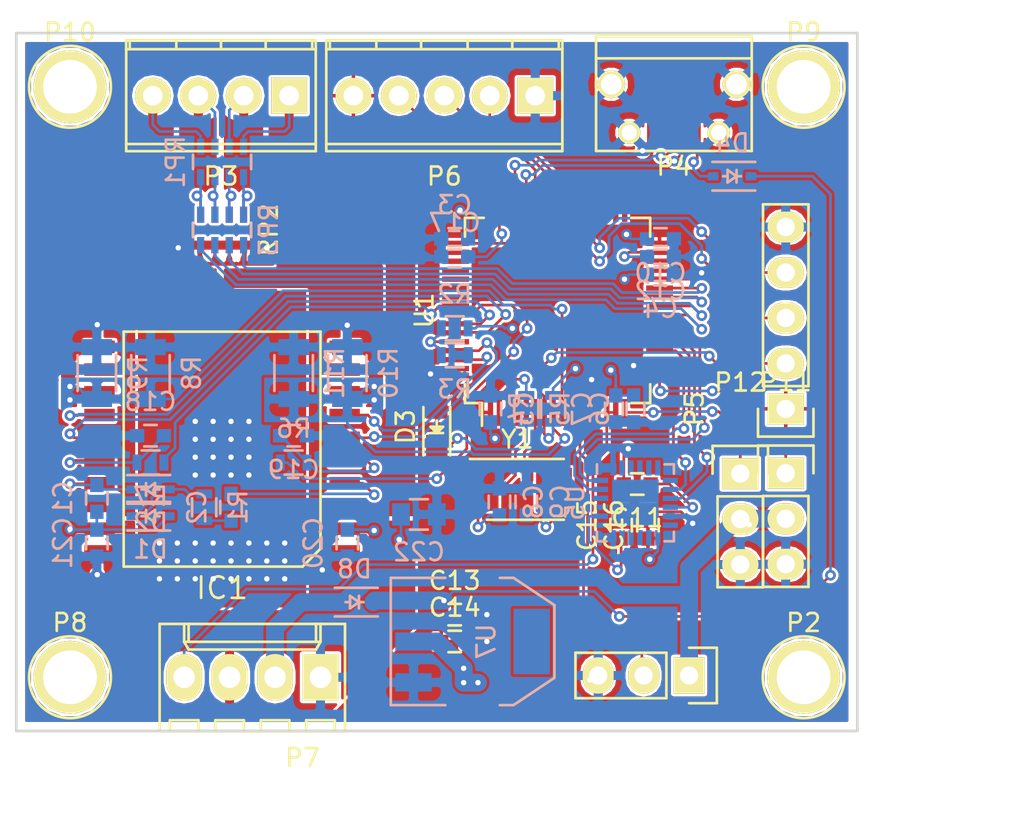
<source format=kicad_pcb>
(kicad_pcb (version 4) (host pcbnew 4.0.3-stable)
  (layers (0 F.Cu signal) (31 B.Cu signal hide) (34 B.Paste user hide) (35 F.Paste user hide) (36 B.SilkS user) (37 F.SilkS user) (38 B.Mask user hide) (39 F.Mask user hide) (44 Edge.Cuts user))
  (net 0 "")
  (net 1 "Net-(C1-Pad1)")
  (net 2 VPP)
  (net 3 "Net-(C2-Pad2)")
  (net 4 VCC)
  (net 5 GND)
  (net 6 /OSC/OSC_IN)
  (net 7 /OSC/OSC_OUT)
  (net 8 +5V)
  (net 9 "Net-(C18-Pad1)")
  (net 10 "Net-(C19-Pad1)")
  (net 11 "Net-(D1-Pad1)")
  (net 12 "Net-(D3-Pad1)")
  (net 13 "Net-(D4-Pad2)")
  (net 14 /CUR_SENSE_4/OUT_4)
  (net 15 /CUR_SENSE_4/OUT_3)
  (net 16 /CUR_SENSE_4/OUT_2)
  (net 17 /CUR_SENSE_4/OUT_1)
  (net 18 /CON_MOTOR/A)
  (net 19 /CON_MOTOR/B)
  (net 20 /CON_MOTOR/C)
  (net 21 /CON_MOTOR/D)
  (net 22 /SWDIO/NRST)
  (net 23 "Net-(R2-Pad2)")
  (net 24 /driver/SENSE_B)
  (net 25 /driver/SENSE_A)
  (net 26 "Net-(RP1-Pad7)")
  (net 27 "Net-(RP1-Pad8)")
  (net 28 "Net-(RP1-Pad5)")
  (net 29 "Net-(RP1-Pad6)")
  (net 30 "Net-(C2-Pad1)")
  (net 31 "Net-(C12-Pad1)")
  (net 32 "Net-(C17-Pad1)")
  (net 33 /driver/IN2_B)
  (net 34 /driver/IN1_A)
  (net 35 /driver/IN1_B)
  (net 36 /driver/IN2_A)
  (net 37 /CON_LED/LED_DATA)
  (net 38 /USB/USB_DM)
  (net 39 /USB/USB_DP)
  (net 40 /SWDIO/SWDCLK)
  (net 41 /SWDIO/SWDIO)
  (net 42 /HALL/HALL_W)
  (net 43 /HALL/HALL_V)
  (net 44 /HALL/HALL_U)
  (net 45 "Net-(R5-Pad2)")
  (net 46 /driver/EN_A)
  (net 47 /driver/EN_B)
  (net 48 "Net-(C11-Pad1)")
  (net 49 "Net-(C15-Pad1)")
  (net 50 /IMU/nCS)
  (net 51 /IMU/SCK)
  (net 52 /IMU/SDO)
  (net 53 /IMU/SDI)
  (net 54 /Power/RX_TX_PWR_BOARD)
  (net 55 +5VA)
  (net 56 /2CON/SIG_1)
  (net 57 /2CON/SIG_2)
  (module BLDC:VIA-0.6 (layer F.Cu) (at 137 90.7)
    (fp_text reference REF**11111111144 hide)
    (fp_text value VIA-0.6 hide)
    (pad 1 thru_hole circle (at 0 0) (size 0.6 0.6) (drill 0.3) (layers *.Cu) (net 5 GND))
  )
  (module BLDC:VIA-0.6 (layer F.Cu) (at 136 90.7)
    (fp_text reference REF**11111111134 hide)
    (fp_text value VIA-0.6 hide)
    (pad 1 thru_hole circle (at 0 0) (size 0.6 0.6) (drill 0.3) (layers *.Cu) (net 5 GND))
  )
  (module BLDC:VIA-0.6 (layer F.Cu) (at 135 90.7)
    (fp_text reference REF**11111111124 hide)
    (fp_text value VIA-0.6 hide)
    (pad 1 thru_hole circle (at 0 0) (size 0.6 0.6) (drill 0.3) (layers *.Cu) (net 5 GND))
  )
  (module BLDC:VIA-0.6 (layer F.Cu) (at 134 90.7)
    (fp_text reference REF**11111111114 hide)
    (fp_text value VIA-0.6 hide)
    (pad 1 thru_hole circle (at 0 0) (size 0.6 0.6) (drill 0.3) (layers *.Cu) (net 5 GND))
  )
  (module BLDC:VIA-0.6 (layer F.Cu) (at 137 89.7)
    (fp_text reference REF**11111111143 hide)
    (fp_text value VIA-0.6 hide)
    (pad 1 thru_hole circle (at 0 0) (size 0.6 0.6) (drill 0.3) (layers *.Cu) (net 5 GND))
  )
  (module BLDC:VIA-0.6 (layer F.Cu) (at 136 89.7)
    (fp_text reference REF**11111111133 hide)
    (fp_text value VIA-0.6 hide)
    (pad 1 thru_hole circle (at 0 0) (size 0.6 0.6) (drill 0.3) (layers *.Cu) (net 5 GND))
  )
  (module BLDC:VIA-0.6 (layer F.Cu) (at 135 89.7)
    (fp_text reference REF**11111111123 hide)
    (fp_text value VIA-0.6 hide)
    (pad 1 thru_hole circle (at 0 0) (size 0.6 0.6) (drill 0.3) (layers *.Cu) (net 5 GND))
  )
  (module BLDC:VIA-0.6 (layer F.Cu) (at 134 89.7)
    (fp_text reference REF**11111111113 hide)
    (fp_text value VIA-0.6 hide)
    (pad 1 thru_hole circle (at 0 0) (size 0.6 0.6) (drill 0.3) (layers *.Cu) (net 5 GND))
  )
  (module BLDC:VIA-0.6 (layer F.Cu) (at 137 88.7)
    (fp_text reference REF**11111111142 hide)
    (fp_text value VIA-0.6 hide)
    (pad 1 thru_hole circle (at 0 0) (size 0.6 0.6) (drill 0.3) (layers *.Cu) (net 5 GND))
  )
  (module BLDC:VIA-0.6 (layer F.Cu) (at 136 88.7)
    (fp_text reference REF**11111111132 hide)
    (fp_text value VIA-0.6 hide)
    (pad 1 thru_hole circle (at 0 0) (size 0.6 0.6) (drill 0.3) (layers *.Cu) (net 5 GND))
  )
  (module BLDC:VIA-0.6 (layer F.Cu) (at 135 88.7)
    (fp_text reference REF**11111111122 hide)
    (fp_text value VIA-0.6 hide)
    (pad 1 thru_hole circle (at 0 0) (size 0.6 0.6) (drill 0.3) (layers *.Cu) (net 5 GND))
  )
  (module BLDC:VIA-0.6 (layer F.Cu) (at 134 88.7)
    (fp_text reference REF**11111111112 hide)
    (fp_text value VIA-0.6 hide)
    (pad 1 thru_hole circle (at 0 0) (size 0.6 0.6) (drill 0.3) (layers *.Cu) (net 5 GND))
  )
  (module BLDC:VIA-0.6 (layer F.Cu) (at 137 87.7)
    (fp_text reference REF**11111111141 hide)
    (fp_text value VIA-0.6 hide)
    (pad 1 thru_hole circle (at 0 0) (size 0.6 0.6) (drill 0.3) (layers *.Cu) (net 5 GND))
  )
  (module BLDC:VIA-0.6 (layer F.Cu) (at 136 87.7)
    (fp_text reference REF**11111111131 hide)
    (fp_text value VIA-0.6 hide)
    (pad 1 thru_hole circle (at 0 0) (size 0.6 0.6) (drill 0.3) (layers *.Cu) (net 5 GND))
  )
  (module BLDC:VIA-0.6 (layer F.Cu) (at 135 87.7)
    (fp_text reference REF**11111111121 hide)
    (fp_text value VIA-0.6 hide)
    (pad 1 thru_hole circle (at 0 0) (size 0.6 0.6) (drill 0.3) (layers *.Cu) (net 5 GND))
  )
  (module BLDC:VIA-0.6 (layer F.Cu) (at 134 87.7)
    (fp_text reference REF**11111111111 hide)
    (fp_text value VIA-0.6 hide)
    (pad 1 thru_hole circle (at 0 0) (size 0.6 0.6) (drill 0.3) (layers *.Cu) (net 5 GND))
  )
  (module BLDC:VIA-0.6 (layer F.Cu) (at 139 96.5)
    (fp_text reference REF**1111183 hide)
    (fp_text value VIA-0.6 hide)
    (pad 1 thru_hole circle (at 0 0) (size 0.6 0.6) (drill 0.3) (layers *.Cu) (net 5 GND))
  )
  (module BLDC:VIA-0.6 (layer F.Cu) (at 138 96.5)
    (fp_text reference REF**1111173 hide)
    (fp_text value VIA-0.6 hide)
    (pad 1 thru_hole circle (at 0 0) (size 0.6 0.6) (drill 0.3) (layers *.Cu) (net 5 GND))
  )
  (module BLDC:VIA-0.6 (layer F.Cu) (at 137 96.5)
    (fp_text reference REF**1111163 hide)
    (fp_text value VIA-0.6 hide)
    (pad 1 thru_hole circle (at 0 0) (size 0.6 0.6) (drill 0.3) (layers *.Cu) (net 5 GND))
  )
  (module BLDC:VIA-0.6 (layer F.Cu) (at 136 96.5)
    (fp_text reference REF**1111153 hide)
    (fp_text value VIA-0.6 hide)
    (pad 1 thru_hole circle (at 0 0) (size 0.6 0.6) (drill 0.3) (layers *.Cu) (net 5 GND))
  )
  (module BLDC:VIA-0.6 (layer F.Cu) (at 135 96.5)
    (fp_text reference REF**1111143 hide)
    (fp_text value VIA-0.6 hide)
    (pad 1 thru_hole circle (at 0 0) (size 0.6 0.6) (drill 0.3) (layers *.Cu) (net 5 GND))
  )
  (module BLDC:VIA-0.6 (layer F.Cu) (at 134 96.5)
    (fp_text reference REF**1111133 hide)
    (fp_text value VIA-0.6 hide)
    (pad 1 thru_hole circle (at 0 0) (size 0.6 0.6) (drill 0.3) (layers *.Cu) (net 5 GND))
  )
  (module BLDC:VIA-0.6 (layer F.Cu) (at 133 96.5)
    (fp_text reference REF**1111123 hide)
    (fp_text value VIA-0.6 hide)
    (pad 1 thru_hole circle (at 0 0) (size 0.6 0.6) (drill 0.3) (layers *.Cu) (net 5 GND))
  )
  (module BLDC:VIA-0.6 (layer F.Cu) (at 132 96.5)
    (fp_text reference REF**1111113 hide)
    (fp_text value VIA-0.6 hide)
    (pad 1 thru_hole circle (at 0 0) (size 0.6 0.6) (drill 0.3) (layers *.Cu) (net 5 GND))
  )
  (module BLDC:VIA-0.6 (layer F.Cu) (at 139 95.5)
    (fp_text reference REF**1111182 hide)
    (fp_text value VIA-0.6 hide)
    (pad 1 thru_hole circle (at 0 0) (size 0.6 0.6) (drill 0.3) (layers *.Cu) (net 5 GND))
  )
  (module BLDC:VIA-0.6 (layer F.Cu) (at 138 95.5)
    (fp_text reference REF**1111172 hide)
    (fp_text value VIA-0.6 hide)
    (pad 1 thru_hole circle (at 0 0) (size 0.6 0.6) (drill 0.3) (layers *.Cu) (net 5 GND))
  )
  (module BLDC:VIA-0.6 (layer F.Cu) (at 137 95.5)
    (fp_text reference REF**1111162 hide)
    (fp_text value VIA-0.6 hide)
    (pad 1 thru_hole circle (at 0 0) (size 0.6 0.6) (drill 0.3) (layers *.Cu) (net 5 GND))
  )
  (module BLDC:VIA-0.6 (layer F.Cu) (at 136 95.5)
    (fp_text reference REF**1111152 hide)
    (fp_text value VIA-0.6 hide)
    (pad 1 thru_hole circle (at 0 0) (size 0.6 0.6) (drill 0.3) (layers *.Cu) (net 5 GND))
  )
  (module BLDC:VIA-0.6 (layer F.Cu) (at 135 95.5)
    (fp_text reference REF**1111142 hide)
    (fp_text value VIA-0.6 hide)
    (pad 1 thru_hole circle (at 0 0) (size 0.6 0.6) (drill 0.3) (layers *.Cu) (net 5 GND))
  )
  (module BLDC:VIA-0.6 (layer F.Cu) (at 134 95.5)
    (fp_text reference REF**1111132 hide)
    (fp_text value VIA-0.6 hide)
    (pad 1 thru_hole circle (at 0 0) (size 0.6 0.6) (drill 0.3) (layers *.Cu) (net 5 GND))
  )
  (module BLDC:VIA-0.6 (layer F.Cu) (at 133 95.5)
    (fp_text reference REF**1111122 hide)
    (fp_text value VIA-0.6 hide)
    (pad 1 thru_hole circle (at 0 0) (size 0.6 0.6) (drill 0.3) (layers *.Cu) (net 5 GND))
  )
  (module BLDC:VIA-0.6 (layer F.Cu) (at 132 95.5)
    (fp_text reference REF**1111112 hide)
    (fp_text value VIA-0.6 hide)
    (pad 1 thru_hole circle (at 0 0) (size 0.6 0.6) (drill 0.3) (layers *.Cu) (net 5 GND))
  )
  (module BLDC:VIA-0.6 (layer F.Cu) (at 139 94.5)
    (fp_text reference REF**1111181 hide)
    (fp_text value VIA-0.6 hide)
    (pad 1 thru_hole circle (at 0 0) (size 0.6 0.6) (drill 0.3) (layers *.Cu) (net 5 GND))
  )
  (module BLDC:VIA-0.6 (layer F.Cu) (at 138 94.5)
    (fp_text reference REF**1111171 hide)
    (fp_text value VIA-0.6 hide)
    (pad 1 thru_hole circle (at 0 0) (size 0.6 0.6) (drill 0.3) (layers *.Cu) (net 5 GND))
  )
  (module BLDC:VIA-0.6 (layer F.Cu) (at 137 94.5)
    (fp_text reference REF**1111161 hide)
    (fp_text value VIA-0.6 hide)
    (pad 1 thru_hole circle (at 0 0) (size 0.6 0.6) (drill 0.3) (layers *.Cu) (net 5 GND))
  )
  (module BLDC:VIA-0.6 (layer F.Cu) (at 136 94.5)
    (fp_text reference REF**1111151 hide)
    (fp_text value VIA-0.6 hide)
    (pad 1 thru_hole circle (at 0 0) (size 0.6 0.6) (drill 0.3) (layers *.Cu) (net 5 GND))
  )
  (module BLDC:VIA-0.6 (layer F.Cu) (at 135 94.5)
    (fp_text reference REF**1111141 hide)
    (fp_text value VIA-0.6 hide)
    (pad 1 thru_hole circle (at 0 0) (size 0.6 0.6) (drill 0.3) (layers *.Cu) (net 5 GND))
  )
  (module BLDC:VIA-0.6 (layer F.Cu) (at 134 94.5)
    (fp_text reference REF**1111131 hide)
    (fp_text value VIA-0.6 hide)
    (pad 1 thru_hole circle (at 0 0) (size 0.6 0.6) (drill 0.3) (layers *.Cu) (net 5 GND))
  )
  (module BLDC:VIA-0.6 (layer F.Cu) (at 133 94.5)
    (fp_text reference REF**1111121 hide)
    (fp_text value VIA-0.6 hide)
    (pad 1 thru_hole circle (at 0 0) (size 0.6 0.6) (drill 0.3) (layers *.Cu) (net 5 GND))
  )
  (module Capacitors_SMD:C_0805 (layer B.Cu) (at 146.5 92.9)
    (fp_text reference C22 (at 0 2.1) (layer B.SilkS) (effects (justify mirror)))
    (fp_text value 4.7uF)
    (pad 1 smd rect (at -1 0) (size 1 1.25) (layers B.Cu B.Paste B.Mask) (net 2 VPP))
    (pad 2 smd rect (at 1 0) (size 1 1.25) (layers B.Cu B.Paste B.Mask) (net 5 GND))
  )
  (module TO_SOT_Packages_SMD:SOT-223 (layer B.Cu) (at 149.5 100 90)
    (fp_text reference U7 (at 0 0.762 90) (layer B.SilkS) (effects (justify mirror)))
    (fp_text value LD1117S33TR)
    (pad 4 smd rect (at 0 3.302 90) (size 3.6576 2.032) (layers B.Cu B.Paste B.Mask))
    (pad 2 smd rect (at 0 -3.302 90) (size 1.016 2.032) (layers B.Cu B.Paste B.Mask) (net 4 VCC))
    (pad 3 smd rect (at 2.286 -3.302 90) (size 1.016 2.032) (layers B.Cu B.Paste B.Mask) (net 8 +5V))
    (pad 1 smd rect (at -2.286 -3.302 90) (size 1.016 2.032) (layers B.Cu B.Paste B.Mask) (net 5 GND))
  )
  (module Housings_QFP:TQFP-64_10x10mm_Pitch0.5mm (layer F.Cu) (at 154.25 81.5 90)
    (fp_text reference U1 (at 0 -7.45 90) (layer F.SilkS))
    (fp_text value STM32F405R)
    (pad 1 smd rect (at -5.7 -3.75 90) (size 1.5 0.3) (layers F.Cu F.Paste F.Mask) (net 4 VCC))
    (pad 2 smd rect (at -5.7 -3.25 90) (size 1.5 0.3) (layers F.Cu F.Paste F.Mask) (net 45 "Net-(R5-Pad2)"))
    (pad 3 smd rect (at -5.7 -2.75 90) (size 1.5 0.3) (layers F.Cu F.Paste F.Mask))
    (pad 4 smd rect (at -5.7 -2.25 90) (size 1.5 0.3) (layers F.Cu F.Paste F.Mask))
    (pad 5 smd rect (at -5.7 -1.75 90) (size 1.5 0.3) (layers F.Cu F.Paste F.Mask) (net 6 /OSC/OSC_IN))
    (pad 6 smd rect (at -5.7 -1.25 90) (size 1.5 0.3) (layers F.Cu F.Paste F.Mask) (net 7 /OSC/OSC_OUT))
    (pad 7 smd rect (at -5.7 -0.75 90) (size 1.5 0.3) (layers F.Cu F.Paste F.Mask) (net 22 /SWDIO/NRST))
    (pad 8 smd rect (at -5.7 -0.25 90) (size 1.5 0.3) (layers F.Cu F.Paste F.Mask) (net 25 /driver/SENSE_A))
    (pad 9 smd rect (at -5.7 0.25 90) (size 1.5 0.3) (layers F.Cu F.Paste F.Mask) (net 24 /driver/SENSE_B))
    (pad 10 smd rect (at -5.7 0.75 90) (size 1.5 0.3) (layers F.Cu F.Paste F.Mask))
    (pad 11 smd rect (at -5.7 1.25 90) (size 1.5 0.3) (layers F.Cu F.Paste F.Mask) (net 37 /CON_LED/LED_DATA))
    (pad 12 smd rect (at -5.7 1.75 90) (size 1.5 0.3) (layers F.Cu F.Paste F.Mask) (net 5 GND))
    (pad 13 smd rect (at -5.7 2.25 90) (size 1.5 0.3) (layers F.Cu F.Paste F.Mask) (net 4 VCC))
    (pad 14 smd rect (at -5.7 2.75 90) (size 1.5 0.3) (layers F.Cu F.Paste F.Mask) (net 54 /Power/RX_TX_PWR_BOARD))
    (pad 15 smd rect (at -5.7 3.25 90) (size 1.5 0.3) (layers F.Cu F.Paste F.Mask) (net 54 /Power/RX_TX_PWR_BOARD))
    (pad 16 smd rect (at -5.7 3.75 90) (size 1.5 0.3) (layers F.Cu F.Paste F.Mask) (net 57 /2CON/SIG_2))
    (pad 17 smd rect (at -3.75 5.7 180) (size 1.5 0.3) (layers F.Cu F.Paste F.Mask) (net 56 /2CON/SIG_1))
    (pad 18 smd rect (at -3.25 5.7 180) (size 1.5 0.3) (layers F.Cu F.Paste F.Mask) (net 5 GND))
    (pad 19 smd rect (at -2.75 5.7 180) (size 1.5 0.3) (layers F.Cu F.Paste F.Mask) (net 4 VCC))
    (pad 20 smd rect (at -2.25 5.7 180) (size 1.5 0.3) (layers F.Cu F.Paste F.Mask) (net 50 /IMU/nCS))
    (pad 21 smd rect (at -1.75 5.7 180) (size 1.5 0.3) (layers F.Cu F.Paste F.Mask) (net 51 /IMU/SCK))
    (pad 22 smd rect (at -1.25 5.7 180) (size 1.5 0.3) (layers F.Cu F.Paste F.Mask) (net 52 /IMU/SDO))
    (pad 23 smd rect (at -0.75 5.7 180) (size 1.5 0.3) (layers F.Cu F.Paste F.Mask) (net 53 /IMU/SDI))
    (pad 24 smd rect (at -0.25 5.7 180) (size 1.5 0.3) (layers F.Cu F.Paste F.Mask) (net 17 /CUR_SENSE_4/OUT_1))
    (pad 25 smd rect (at 0.25 5.7 180) (size 1.5 0.3) (layers F.Cu F.Paste F.Mask) (net 16 /CUR_SENSE_4/OUT_2))
    (pad 26 smd rect (at 0.75 5.7 180) (size 1.5 0.3) (layers F.Cu F.Paste F.Mask) (net 15 /CUR_SENSE_4/OUT_3))
    (pad 27 smd rect (at 1.25 5.7 180) (size 1.5 0.3) (layers F.Cu F.Paste F.Mask) (net 14 /CUR_SENSE_4/OUT_4))
    (pad 28 smd rect (at 1.75 5.7 180) (size 1.5 0.3) (layers F.Cu F.Paste F.Mask) (net 5 GND))
    (pad 29 smd rect (at 2.25 5.7 180) (size 1.5 0.3) (layers F.Cu F.Paste F.Mask))
    (pad 30 smd rect (at 2.75 5.7 180) (size 1.5 0.3) (layers F.Cu F.Paste F.Mask))
    (pad 31 smd rect (at 3.25 5.7 180) (size 1.5 0.3) (layers F.Cu F.Paste F.Mask) (net 31 "Net-(C12-Pad1)"))
    (pad 32 smd rect (at 3.75 5.7 180) (size 1.5 0.3) (layers F.Cu F.Paste F.Mask) (net 4 VCC))
    (pad 33 smd rect (at 5.7 3.75 90) (size 1.5 0.3) (layers F.Cu F.Paste F.Mask))
    (pad 34 smd rect (at 5.7 3.25 90) (size 1.5 0.3) (layers F.Cu F.Paste F.Mask))
    (pad 35 smd rect (at 5.7 2.75 90) (size 1.5 0.3) (layers F.Cu F.Paste F.Mask))
    (pad 36 smd rect (at 5.7 2.25 90) (size 1.5 0.3) (layers F.Cu F.Paste F.Mask))
    (pad 37 smd rect (at 5.7 1.75 90) (size 1.5 0.3) (layers F.Cu F.Paste F.Mask))
    (pad 38 smd rect (at 5.7 1.25 90) (size 1.5 0.3) (layers F.Cu F.Paste F.Mask))
    (pad 39 smd rect (at 5.7 0.75 90) (size 1.5 0.3) (layers F.Cu F.Paste F.Mask))
    (pad 40 smd rect (at 5.7 0.25 90) (size 1.5 0.3) (layers F.Cu F.Paste F.Mask))
    (pad 41 smd rect (at 5.7 -0.25 90) (size 1.5 0.3) (layers F.Cu F.Paste F.Mask) (net 42 /HALL/HALL_W))
    (pad 42 smd rect (at 5.7 -0.75 90) (size 1.5 0.3) (layers F.Cu F.Paste F.Mask) (net 43 /HALL/HALL_V))
    (pad 43 smd rect (at 5.7 -1.25 90) (size 1.5 0.3) (layers F.Cu F.Paste F.Mask) (net 44 /HALL/HALL_U))
    (pad 44 smd rect (at 5.7 -1.75 90) (size 1.5 0.3) (layers F.Cu F.Paste F.Mask) (net 38 /USB/USB_DM))
    (pad 45 smd rect (at 5.7 -2.25 90) (size 1.5 0.3) (layers F.Cu F.Paste F.Mask) (net 39 /USB/USB_DP))
    (pad 46 smd rect (at 5.7 -2.75 90) (size 1.5 0.3) (layers F.Cu F.Paste F.Mask) (net 41 /SWDIO/SWDIO))
    (pad 47 smd rect (at 5.7 -3.25 90) (size 1.5 0.3) (layers F.Cu F.Paste F.Mask) (net 32 "Net-(C17-Pad1)"))
    (pad 48 smd rect (at 5.7 -3.75 90) (size 1.5 0.3) (layers F.Cu F.Paste F.Mask) (net 4 VCC))
    (pad 49 smd rect (at 3.75 -5.7 180) (size 1.5 0.3) (layers F.Cu F.Paste F.Mask) (net 40 /SWDIO/SWDCLK))
    (pad 50 smd rect (at 3.25 -5.7 180) (size 1.5 0.3) (layers F.Cu F.Paste F.Mask))
    (pad 51 smd rect (at 2.75 -5.7 180) (size 1.5 0.3) (layers F.Cu F.Paste F.Mask))
    (pad 52 smd rect (at 2.25 -5.7 180) (size 1.5 0.3) (layers F.Cu F.Paste F.Mask))
    (pad 53 smd rect (at 1.75 -5.7 180) (size 1.5 0.3) (layers F.Cu F.Paste F.Mask))
    (pad 54 smd rect (at 1.25 -5.7 180) (size 1.5 0.3) (layers F.Cu F.Paste F.Mask))
    (pad 55 smd rect (at 0.75 -5.7 180) (size 1.5 0.3) (layers F.Cu F.Paste F.Mask))
    (pad 56 smd rect (at 0.25 -5.7 180) (size 1.5 0.3) (layers F.Cu F.Paste F.Mask) (net 47 /driver/EN_B))
    (pad 57 smd rect (at -0.25 -5.7 180) (size 1.5 0.3) (layers F.Cu F.Paste F.Mask) (net 46 /driver/EN_A))
    (pad 58 smd rect (at -0.75 -5.7 180) (size 1.5 0.3) (layers F.Cu F.Paste F.Mask) (net 33 /driver/IN2_B))
    (pad 59 smd rect (at -1.25 -5.7 180) (size 1.5 0.3) (layers F.Cu F.Paste F.Mask) (net 35 /driver/IN1_B))
    (pad 60 smd rect (at -1.75 -5.7 180) (size 1.5 0.3) (layers F.Cu F.Paste F.Mask) (net 23 "Net-(R2-Pad2)"))
    (pad 61 smd rect (at -2.25 -5.7 180) (size 1.5 0.3) (layers F.Cu F.Paste F.Mask) (net 34 /driver/IN1_A))
    (pad 62 smd rect (at -2.75 -5.7 180) (size 1.5 0.3) (layers F.Cu F.Paste F.Mask) (net 36 /driver/IN2_A))
    (pad 63 smd rect (at -3.25 -5.7 180) (size 1.5 0.3) (layers F.Cu F.Paste F.Mask) (net 5 GND))
    (pad 64 smd rect (at -3.75 -5.7 180) (size 1.5 0.3) (layers F.Cu F.Paste F.Mask) (net 4 VCC))
  )
  (module Capacitors_SMD:C_0603 (layer B.Cu) (at 150.5 87 90)
    (fp_text reference C5 (at 0 1.9 90) (layer B.SilkS) (effects (justify mirror)))
    (fp_text value 2.2uF)
    (pad 1 smd rect (at -0.75 0 90) (size 0.8 0.75) (layers B.Cu B.Paste B.Mask) (net 4 VCC))
    (pad 2 smd rect (at 0.75 0 90) (size 0.8 0.75) (layers B.Cu B.Paste B.Mask) (net 5 GND))
  )
  (module Capacitors_SMD:C_0603 (layer B.Cu) (at 148.5 78.5 180)
    (fp_text reference C17 (at 0 1.9 180) (layer B.SilkS) (effects (justify mirror)))
    (fp_text value 2.2uF)
    (pad 1 smd rect (at -0.75 0 180) (size 0.8 0.75) (layers B.Cu B.Paste B.Mask) (net 32 "Net-(C17-Pad1)"))
    (pad 2 smd rect (at 0.75 0 180) (size 0.8 0.75) (layers B.Cu B.Paste B.Mask) (net 5 GND))
  )
  (module Capacitors_SMD:C_0603 (layer B.Cu) (at 158.5 87 270)
    (fp_text reference C6 (at 0 1.9 270) (layer B.SilkS) (effects (justify mirror)))
    (fp_text value 2.2uF)
    (pad 1 smd rect (at -0.75 0 270) (size 0.8 0.75) (layers B.Cu B.Paste B.Mask) (net 4 VCC))
    (pad 2 smd rect (at 0.75 0 270) (size 0.8 0.75) (layers B.Cu B.Paste B.Mask) (net 5 GND))
  )
  (module Capacitors_SMD:C_0603 (layer B.Cu) (at 160 79.5)
    (fp_text reference C4 (at 0 1.9) (layer B.SilkS) (effects (justify mirror)))
    (fp_text value 2.2uF)
    (pad 1 smd rect (at -0.75 0) (size 0.8 0.75) (layers B.Cu B.Paste B.Mask) (net 4 VCC))
    (pad 2 smd rect (at 0.75 0) (size 0.8 0.75) (layers B.Cu B.Paste B.Mask) (net 5 GND))
  )
  (module Capacitors_SMD:C_0603 (layer B.Cu) (at 157.5 87 270)
    (fp_text reference C7 (at 0 1.9 270) (layer B.SilkS) (effects (justify mirror)))
    (fp_text value 2.2uF)
    (pad 1 smd rect (at -0.75 0 270) (size 0.8 0.75) (layers B.Cu B.Paste B.Mask) (net 4 VCC))
    (pad 2 smd rect (at 0.75 0 270) (size 0.8 0.75) (layers B.Cu B.Paste B.Mask) (net 5 GND))
  )
  (module Capacitors_SMD:C_0603 (layer B.Cu) (at 160 77.5)
    (fp_text reference C10 (at 0 1.9) (layer B.SilkS) (effects (justify mirror)))
    (fp_text value 2.2uF)
    (pad 1 smd rect (at -0.75 0) (size 0.8 0.75) (layers B.Cu B.Paste B.Mask) (net 4 VCC))
    (pad 2 smd rect (at 0.75 0) (size 0.8 0.75) (layers B.Cu B.Paste B.Mask) (net 5 GND))
  )
  (module Resistors_SMD:R_0603 (layer B.Cu) (at 154 87 270)
    (fp_text reference R4 (at 0 1.9 270) (layer B.SilkS) (effects (justify mirror)))
    (fp_text value 10k)
    (pad 1 smd rect (at -0.75 0 270) (size 0.5 0.9) (layers B.Cu B.Paste B.Mask) (net 4 VCC))
    (pad 2 smd rect (at 0.75 0 270) (size 0.5 0.9) (layers B.Cu B.Paste B.Mask) (net 22 /SWDIO/NRST))
  )
  (module Capacitors_SMD:C_0603 (layer B.Cu) (at 148.5 77.5 180)
    (fp_text reference C3 (at 0 1.9 180) (layer B.SilkS) (effects (justify mirror)))
    (fp_text value 2.2uF)
    (pad 1 smd rect (at -0.75 0 180) (size 0.8 0.75) (layers B.Cu B.Paste B.Mask) (net 4 VCC))
    (pad 2 smd rect (at 0.75 0 180) (size 0.8 0.75) (layers B.Cu B.Paste B.Mask) (net 5 GND))
  )
  (module Capacitors_SMD:C_0603 (layer B.Cu) (at 160 78.5)
    (fp_text reference C12 (at 0 1.9) (layer B.SilkS) (effects (justify mirror)))
    (fp_text value 2.2uF)
    (pad 1 smd rect (at -0.75 0) (size 0.8 0.75) (layers B.Cu B.Paste B.Mask) (net 31 "Net-(C12-Pad1)"))
    (pad 2 smd rect (at 0.75 0) (size 0.8 0.75) (layers B.Cu B.Paste B.Mask) (net 5 GND))
  )
  (module Terminal_Blocks:TerminalBlock_Pheonix_MPT-2.54mm_4pol (layer F.Cu) (at 139.25 69.5 180)
    (fp_text reference P3 (at 3.81 -4.50088 180) (layer F.SilkS))
    (fp_text value CON_MOTOR)
    (pad 4 thru_hole oval (at 7.62 0) (size 1.99898 1.99898) (drill 1.09728) (layers *.Cu *.Mask F.SilkS) (net 21 /CON_MOTOR/D))
    (pad 1 thru_hole rect (at 0 0) (size 1.99898 1.99898) (drill 1.09728) (layers *.Cu *.Mask F.SilkS) (net 20 /CON_MOTOR/C))
    (pad 2 thru_hole oval (at 2.54 0) (size 1.99898 1.99898) (drill 1.09728) (layers *.Cu *.Mask F.SilkS) (net 18 /CON_MOTOR/A))
    (pad 3 thru_hole oval (at 5.08 0) (size 1.99898 1.99898) (drill 1.09728) (layers *.Cu *.Mask F.SilkS) (net 19 /CON_MOTOR/B))
  )
  (module Capacitors_SMD:C_0603 (layer B.Cu) (at 128.5 92 270)
    (fp_text reference C1 (at 0 1.9 270) (layer B.SilkS) (effects (justify mirror)))
    (fp_text value 220nF)
    (pad 1 smd rect (at -0.75 0 270) (size 0.8 0.75) (layers B.Cu B.Paste B.Mask) (net 1 "Net-(C1-Pad1)"))
    (pad 2 smd rect (at 0.75 0 270) (size 0.8 0.75) (layers B.Cu B.Paste B.Mask) (net 2 VPP))
  )
  (module Capacitors_SMD:C_0603 (layer B.Cu) (at 136 92.5 270)
    (fp_text reference C2 (at 0 1.9 270) (layer B.SilkS) (effects (justify mirror)))
    (fp_text value 10nF)
    (pad 1 smd rect (at -0.75 0 270) (size 0.8 0.75) (layers B.Cu B.Paste B.Mask) (net 30 "Net-(C2-Pad1)"))
    (pad 2 smd rect (at 0.75 0 270) (size 0.8 0.75) (layers B.Cu B.Paste B.Mask) (net 3 "Net-(C2-Pad2)"))
  )
  (module Capacitors_SMD:C_0603 (layer B.Cu) (at 151 92.2 90)
    (fp_text reference C8 (at 0 1.9 90) (layer B.SilkS) (effects (justify mirror)))
    (fp_text value 22pF)
    (pad 1 smd rect (at -0.75 0 90) (size 0.8 0.75) (layers B.Cu B.Paste B.Mask) (net 6 /OSC/OSC_IN))
    (pad 2 smd rect (at 0.75 0 90) (size 0.8 0.75) (layers B.Cu B.Paste B.Mask) (net 5 GND))
  )
  (module Capacitors_SMD:C_0603 (layer B.Cu) (at 152.5 92.2 90)
    (fp_text reference C9 (at 0 1.9 90) (layer B.SilkS) (effects (justify mirror)))
    (fp_text value 22pF)
    (pad 1 smd rect (at -0.75 0 90) (size 0.8 0.75) (layers B.Cu B.Paste B.Mask) (net 7 /OSC/OSC_OUT))
    (pad 2 smd rect (at 0.75 0 90) (size 0.8 0.75) (layers B.Cu B.Paste B.Mask) (net 5 GND))
  )
  (module Capacitors_SMD:C_0603 (layer F.Cu) (at 158.7 91.2 180)
    (fp_text reference C11 (at 0 -1.9 180) (layer F.SilkS))
    (fp_text value 100nF)
    (pad 1 smd rect (at -0.75 0 180) (size 0.8 0.75) (layers F.Cu F.Paste F.Mask) (net 48 "Net-(C11-Pad1)"))
    (pad 2 smd rect (at 0.75 0 180) (size 0.8 0.75) (layers F.Cu F.Paste F.Mask) (net 5 GND))
  )
  (module Capacitors_SMD:C_0603 (layer F.Cu) (at 148.5 98.5)
    (fp_text reference C13 (at 0 -1.9) (layer F.SilkS))
    (fp_text value 2.2uF)
    (pad 1 smd rect (at -0.75 0) (size 0.8 0.75) (layers F.Cu F.Paste F.Mask) (net 8 +5V))
    (pad 2 smd rect (at 0.75 0) (size 0.8 0.75) (layers F.Cu F.Paste F.Mask) (net 5 GND))
  )
  (module Capacitors_SMD:C_0603 (layer F.Cu) (at 148.5 100)
    (fp_text reference C14 (at 0 -1.9) (layer F.SilkS))
    (fp_text value 2.2uF)
    (pad 1 smd rect (at -0.75 0) (size 0.8 0.75) (layers F.Cu F.Paste F.Mask) (net 4 VCC))
    (pad 2 smd rect (at 0.75 0) (size 0.8 0.75) (layers F.Cu F.Paste F.Mask) (net 5 GND))
  )
  (module Capacitors_SMD:C_0603 (layer F.Cu) (at 157.8 93.5 90)
    (fp_text reference C15 (at 0 -1.9 90) (layer F.SilkS))
    (fp_text value 2.2uF)
    (pad 1 smd rect (at -0.75 0 90) (size 0.8 0.75) (layers F.Cu F.Paste F.Mask) (net 49 "Net-(C15-Pad1)"))
    (pad 2 smd rect (at 0.75 0 90) (size 0.8 0.75) (layers F.Cu F.Paste F.Mask) (net 5 GND))
  )
  (module Capacitors_SMD:C_0603 (layer F.Cu) (at 159.3 93.5 90)
    (fp_text reference C16 (at 0 -1.9 90) (layer F.SilkS))
    (fp_text value 2.2uF)
    (pad 1 smd rect (at -0.75 0 90) (size 0.8 0.75) (layers F.Cu F.Paste F.Mask) (net 4 VCC))
    (pad 2 smd rect (at 0.75 0 90) (size 0.8 0.75) (layers F.Cu F.Paste F.Mask) (net 5 GND))
  )
  (module Capacitors_SMD:C_0603 (layer B.Cu) (at 131.5 88.5 180)
    (fp_text reference C18 (at 0 1.9 180) (layer B.SilkS) (effects (justify mirror)))
    (fp_text value 2nF)
    (pad 1 smd rect (at -0.75 0 180) (size 0.8 0.75) (layers B.Cu B.Paste B.Mask) (net 9 "Net-(C18-Pad1)"))
    (pad 2 smd rect (at 0.75 0 180) (size 0.8 0.75) (layers B.Cu B.Paste B.Mask) (net 5 GND))
  )
  (module Capacitors_SMD:C_0603 (layer B.Cu) (at 139.5 88.5)
    (fp_text reference C19 (at 0 1.9) (layer B.SilkS) (effects (justify mirror)))
    (fp_text value 2nF)
    (pad 1 smd rect (at -0.75 0) (size 0.8 0.75) (layers B.Cu B.Paste B.Mask) (net 10 "Net-(C19-Pad1)"))
    (pad 2 smd rect (at 0.75 0) (size 0.8 0.75) (layers B.Cu B.Paste B.Mask) (net 5 GND))
  )
  (module Capacitors_SMD:C_0603 (layer B.Cu) (at 142.5 94.5 270)
    (fp_text reference C20 (at 0 1.9 270) (layer B.SilkS) (effects (justify mirror)))
    (fp_text value 100nF)
    (pad 1 smd rect (at -0.75 0 270) (size 0.8 0.75) (layers B.Cu B.Paste B.Mask) (net 2 VPP))
    (pad 2 smd rect (at 0.75 0 270) (size 0.8 0.75) (layers B.Cu B.Paste B.Mask) (net 5 GND))
  )
  (module Capacitors_SMD:C_0603 (layer B.Cu) (at 128.5 94.5 270)
    (fp_text reference C21 (at 0 1.9 270) (layer B.SilkS) (effects (justify mirror)))
    (fp_text value 100nF)
    (pad 1 smd rect (at -0.75 0 270) (size 0.8 0.75) (layers B.Cu B.Paste B.Mask) (net 2 VPP))
    (pad 2 smd rect (at 0.75 0 270) (size 0.8 0.75) (layers B.Cu B.Paste B.Mask) (net 5 GND))
  )
  (module Diodes_SMD:SOD-323 (layer B.Cu) (at 131.5 93)
    (fp_text reference D1 (at 0 1.85) (layer B.SilkS) (effects (justify mirror)))
    (fp_text value D_Small)
    (pad 1 smd rect (at -1.055 0) (size 0.59 0.45) (layers B.Cu B.Paste B.Mask) (net 11 "Net-(D1-Pad1)"))
    (pad 2 smd rect (at 1.055 0) (size 0.59 0.45) (layers B.Cu B.Paste B.Mask) (net 2 VPP))
  )
  (module Diodes_SMD:SOD-323 (layer B.Cu) (at 131.5 91.5)
    (fp_text reference D2 (at 0 1.85) (layer B.SilkS) (effects (justify mirror)))
    (fp_text value D_Small)
    (pad 1 smd rect (at -1.055 0) (size 0.59 0.45) (layers B.Cu B.Paste B.Mask) (net 1 "Net-(C1-Pad1)"))
    (pad 2 smd rect (at 1.055 0) (size 0.59 0.45) (layers B.Cu B.Paste B.Mask) (net 11 "Net-(D1-Pad1)"))
  )
  (module LEDs:LED_0805 (layer F.Cu) (at 147.5 88 90)
    (fp_text reference D3 (at 0 -1.75 90) (layer F.SilkS))
    (fp_text value status)
    (pad 2 smd rect (at 1.04902 0 270) (size 1.19888 1.19888) (layers F.Cu F.Paste F.Mask) (net 4 VCC))
    (pad 1 smd rect (at -1.04902 0 270) (size 1.19888 1.19888) (layers F.Cu F.Paste F.Mask) (net 12 "Net-(D3-Pad1)"))
  )
  (module Diodes_SMD:SOD-323 (layer B.Cu) (at 164 74 180)
    (fp_text reference D4 (at 0 1.85 180) (layer B.SilkS) (effects (justify mirror)))
    (fp_text value D_Schottky)
    (pad 1 smd rect (at -1.055 0 180) (size 0.59 0.45) (layers B.Cu B.Paste B.Mask) (net 8 +5V))
    (pad 2 smd rect (at 1.055 0 180) (size 0.59 0.45) (layers B.Cu B.Paste B.Mask) (net 13 "Net-(D4-Pad2)"))
  )
  (module Diodes_SMD:SOD-323 (layer B.Cu) (at 142.9 97.8 180)
    (fp_text reference D8 (at 0 1.85 180) (layer B.SilkS) (effects (justify mirror)))
    (fp_text value D)
    (pad 1 smd rect (at -1.055 0 180) (size 0.59 0.45) (layers B.Cu B.Paste B.Mask) (net 8 +5V))
    (pad 2 smd rect (at 1.055 0 180) (size 0.59 0.45) (layers B.Cu B.Paste B.Mask) (net 55 +5VA))
  )
  (module Connect:USB_Micro-B (layer F.Cu) (at 160.75 70 180)
    (fp_text reference P4 (at 0 -3.45 180) (layer F.SilkS))
    (fp_text value USB_OTG)
    (pad 1 smd rect (at -1.3009 -1.56254 270) (size 1.35 0.4) (layers F.Cu F.Paste F.Mask) (net 13 "Net-(D4-Pad2)"))
    (pad 2 smd rect (at -0.6509 -1.56254 270) (size 1.35 0.4) (layers F.Cu F.Paste F.Mask) (net 38 /USB/USB_DM))
    (pad 3 smd rect (at -0.0009 -1.56254 270) (size 1.35 0.4) (layers F.Cu F.Paste F.Mask) (net 39 /USB/USB_DP))
    (pad 4 smd rect (at 0.6491 -1.56254 270) (size 1.35 0.4) (layers F.Cu F.Paste F.Mask))
    (pad 5 smd rect (at 1.2991 -1.56254 270) (size 1.35 0.4) (layers F.Cu F.Paste F.Mask) (net 5 GND))
    (pad 6 thru_hole circle (at -2.5009 -1.56254 270) (size 1.25 1.25) (drill 0.85) (layers *.Cu *.Mask F.SilkS) (net 5 GND))
    (pad 6 thru_hole circle (at 2.4991 -1.56254 270) (size 1.25 1.25) (drill 0.85) (layers *.Cu *.Mask F.SilkS) (net 5 GND))
    (pad 6 thru_hole circle (at -3.5009 1.13746 270) (size 1.55 1.55) (drill 1.15) (layers *.Cu *.Mask F.SilkS) (net 5 GND))
    (pad 6 thru_hole circle (at 3.4991 1.13746 270) (size 1.55 1.55) (drill 1.15) (layers *.Cu *.Mask F.SilkS) (net 5 GND))
  )
  (module Resistors_SMD:R_0603 (layer B.Cu) (at 134.5 92.5 90)
    (fp_text reference R1 (at 0 1.9 90) (layer B.SilkS) (effects (justify mirror)))
    (fp_text value 100)
    (pad 1 smd rect (at -0.75 0 90) (size 0.5 0.9) (layers B.Cu B.Paste B.Mask) (net 3 "Net-(C2-Pad2)"))
    (pad 2 smd rect (at 0.75 0 90) (size 0.5 0.9) (layers B.Cu B.Paste B.Mask) (net 11 "Net-(D1-Pad1)"))
  )
  (module Resistors_SMD:R_0603 (layer B.Cu) (at 148.5 82.5 180)
    (fp_text reference R2 (at 0 1.9 180) (layer B.SilkS) (effects (justify mirror)))
    (fp_text value NA)
    (pad 1 smd rect (at -0.75 0 180) (size 0.5 0.9) (layers B.Cu B.Paste B.Mask) (net 4 VCC))
    (pad 2 smd rect (at 0.75 0 180) (size 0.5 0.9) (layers B.Cu B.Paste B.Mask) (net 23 "Net-(R2-Pad2)"))
  )
  (module Resistors_SMD:R_0603 (layer B.Cu) (at 148.5 84)
    (fp_text reference R3 (at 0 1.9) (layer B.SilkS) (effects (justify mirror)))
    (fp_text value 0)
    (pad 1 smd rect (at -0.75 0) (size 0.5 0.9) (layers B.Cu B.Paste B.Mask) (net 23 "Net-(R2-Pad2)"))
    (pad 2 smd rect (at 0.75 0) (size 0.5 0.9) (layers B.Cu B.Paste B.Mask) (net 5 GND))
  )
  (module Resistors_SMD:R_0603 (layer B.Cu) (at 152.5 87 90)
    (fp_text reference R5 (at 0 1.9 90) (layer B.SilkS) (effects (justify mirror)))
    (fp_text value 330)
    (pad 1 smd rect (at -0.75 0 90) (size 0.5 0.9) (layers B.Cu B.Paste B.Mask) (net 12 "Net-(D3-Pad1)"))
    (pad 2 smd rect (at 0.75 0 90) (size 0.5 0.9) (layers B.Cu B.Paste B.Mask) (net 45 "Net-(R5-Pad2)"))
  )
  (module Resistors_SMD:R_0603 (layer B.Cu) (at 139.5 90 180)
    (fp_text reference R6 (at 0 1.9 180) (layer B.SilkS) (effects (justify mirror)))
    (fp_text value 10k)
    (pad 1 smd rect (at -0.75 0 180) (size 0.5 0.9) (layers B.Cu B.Paste B.Mask) (net 10 "Net-(C19-Pad1)"))
    (pad 2 smd rect (at 0.75 0 180) (size 0.5 0.9) (layers B.Cu B.Paste B.Mask) (net 46 /driver/EN_A))
  )
  (module Resistors_SMD:R_0603 (layer B.Cu) (at 131.5 90)
    (fp_text reference R7 (at 0 1.9) (layer B.SilkS) (effects (justify mirror)))
    (fp_text value 10k)
    (pad 1 smd rect (at -0.75 0) (size 0.5 0.9) (layers B.Cu B.Paste B.Mask) (net 9 "Net-(C18-Pad1)"))
    (pad 2 smd rect (at 0.75 0) (size 0.5 0.9) (layers B.Cu B.Paste B.Mask) (net 47 /driver/EN_B))
  )
  (module Resistors_SMD:R_1206 (layer B.Cu) (at 131.5 85 90)
    (fp_text reference R8 (at 0 2.3 90) (layer B.SilkS) (effects (justify mirror)))
    (fp_text value .1)
    (pad 1 smd rect (at -1.45 0 90) (size 0.9 1.7) (layers B.Cu B.Paste B.Mask) (net 24 /driver/SENSE_B))
    (pad 2 smd rect (at 1.45 0 90) (size 0.9 1.7) (layers B.Cu B.Paste B.Mask) (net 5 GND))
  )
  (module Resistors_SMD:R_1206 (layer B.Cu) (at 128.5 85 90)
    (fp_text reference R9 (at 0 2.3 90) (layer B.SilkS) (effects (justify mirror)))
    (fp_text value .1)
    (pad 1 smd rect (at -1.45 0 90) (size 0.9 1.7) (layers B.Cu B.Paste B.Mask) (net 24 /driver/SENSE_B))
    (pad 2 smd rect (at 1.45 0 90) (size 0.9 1.7) (layers B.Cu B.Paste B.Mask) (net 5 GND))
  )
  (module Resistors_SMD:R_1206 (layer B.Cu) (at 142.5 85 90)
    (fp_text reference R10 (at 0 2.3 90) (layer B.SilkS) (effects (justify mirror)))
    (fp_text value .1)
    (pad 1 smd rect (at -1.45 0 90) (size 0.9 1.7) (layers B.Cu B.Paste B.Mask) (net 25 /driver/SENSE_A))
    (pad 2 smd rect (at 1.45 0 90) (size 0.9 1.7) (layers B.Cu B.Paste B.Mask) (net 5 GND))
  )
  (module Resistors_SMD:R_1206 (layer B.Cu) (at 139.5 85 90)
    (fp_text reference R11 (at 0 2.3 90) (layer B.SilkS) (effects (justify mirror)))
    (fp_text value .1)
    (pad 1 smd rect (at -1.45 0 90) (size 0.9 1.7) (layers B.Cu B.Paste B.Mask) (net 25 /driver/SENSE_A))
    (pad 2 smd rect (at 1.45 0 90) (size 0.9 1.7) (layers B.Cu B.Paste B.Mask) (net 5 GND))
  )
  (module Crystals:Crystal_SMD_5032_2Pads (layer F.Cu) (at 152 91.5)
    (fp_text reference Y1 (at 0 -2.8) (layer F.SilkS))
    (fp_text value Crystal)
    (pad 1 smd rect (at -2.05 0) (size 2 2.4) (layers F.Cu F.Paste F.Mask) (net 6 /OSC/OSC_IN))
    (pad 2 smd rect (at 2.05 0) (size 2 2.4) (layers F.Cu F.Paste F.Mask) (net 7 /OSC/OSC_OUT))
  )
  (module BLDC:SOIC-20 (layer F.Cu) (at 135.5 89.25 90)
    (fp_text reference IC1 (at -7.765 0 180) (layer F.SilkS) (effects (font (size 1.2 1.2))))
    (fp_text value L6205PD)
    (pad 20 smd rect (at -5.715 -6.85 90) (size 0.7 1.7) (layers F.Cu F.Paste F.Mask) (net 5 GND))
    (pad 1 smd rect (at -5.715 6.85 90) (size 0.7 1.7) (layers F.Cu F.Paste F.Mask) (net 5 GND))
    (pad 19 smd rect (at -4.445 -6.85 90) (size 0.7 1.7) (layers F.Cu F.Paste F.Mask) (net 2 VPP))
    (pad 2 smd rect (at -4.445 6.85 90) (size 0.7 1.7) (layers F.Cu F.Paste F.Mask) (net 2 VPP))
    (pad 18 smd rect (at -3.175 -6.85 90) (size 0.7 1.7) (layers F.Cu F.Paste F.Mask) (net 21 /CON_MOTOR/D))
    (pad 3 smd rect (at -3.175 6.85 90) (size 0.7 1.7) (layers F.Cu F.Paste F.Mask) (net 20 /CON_MOTOR/C))
    (pad 17 smd rect (at -1.905 -6.85 90) (size 0.7 1.7) (layers F.Cu F.Paste F.Mask) (net 1 "Net-(C1-Pad1)"))
    (pad 4 smd rect (at -1.905 6.85 90) (size 0.7 1.7) (layers F.Cu F.Paste F.Mask) (net 30 "Net-(C2-Pad1)"))
    (pad 16 smd rect (at -0.635 -6.85 90) (size 0.7 1.7) (layers F.Cu F.Paste F.Mask) (net 9 "Net-(C18-Pad1)"))
    (pad 5 smd rect (at -0.635 6.85 90) (size 0.7 1.7) (layers F.Cu F.Paste F.Mask) (net 10 "Net-(C19-Pad1)"))
    (pad 15 smd rect (at 0.635 -6.85 90) (size 0.7 1.7) (layers F.Cu F.Paste F.Mask) (net 33 /driver/IN2_B))
    (pad 6 smd rect (at 0.635 6.85 90) (size 0.7 1.7) (layers F.Cu F.Paste F.Mask) (net 34 /driver/IN1_A))
    (pad 14 smd rect (at 1.905 -6.85 90) (size 0.7 1.7) (layers F.Cu F.Paste F.Mask) (net 35 /driver/IN1_B))
    (pad 7 smd rect (at 1.905 6.85 90) (size 0.7 1.7) (layers F.Cu F.Paste F.Mask) (net 36 /driver/IN2_A))
    (pad 13 smd rect (at 3.175 -6.85 90) (size 0.7 1.7) (layers F.Cu F.Paste F.Mask) (net 24 /driver/SENSE_B))
    (pad 8 smd rect (at 3.175 6.85 90) (size 0.7 1.7) (layers F.Cu F.Paste F.Mask) (net 25 /driver/SENSE_A))
    (pad 12 smd rect (at 4.445 -6.85 90) (size 0.7 1.7) (layers F.Cu F.Paste F.Mask) (net 19 /CON_MOTOR/B))
    (pad 9 smd rect (at 4.445 6.85 90) (size 0.7 1.7) (layers F.Cu F.Paste F.Mask) (net 18 /CON_MOTOR/A))
    (pad 11 smd rect (at 5.715 -6.85 90) (size 0.7 1.7) (layers F.Cu F.Paste F.Mask) (net 5 GND))
    (pad 10 smd rect (at 5.715 6.85 90) (size 0.7 1.7) (layers F.Cu F.Paste F.Mask) (net 5 GND))
    (pad 21 smd rect (at 0 0 180) (size 9.4 17.7) (layers F.Cu F.Paste F.Mask))
  )
  (module Connectors_Molex:Molex_KK-6410-04_04x2.54mm_Straight (layer F.Cu) (at 141 102 180)
    (fp_text reference P7 (at 1 -4.5 180) (layer F.SilkS))
    (fp_text value CON_PWR_BRD)
    (pad 1 thru_hole rect (at 0 0 180) (size 2 2.6) (drill 1.2) (layers *.Cu *.Mask F.SilkS) (net 5 GND))
    (pad 2 thru_hole oval (at 2.54 0 180) (size 2 2.6) (drill 1.2) (layers *.Cu *.Mask F.SilkS) (net 55 +5VA))
    (pad 3 thru_hole oval (at 5.08 0 180) (size 2 2.6) (drill 1.2) (layers *.Cu *.Mask F.SilkS) (net 2 VPP))
    (pad 4 thru_hole oval (at 7.62 0 180) (size 2 2.6) (drill 1.2) (layers *.Cu *.Mask F.SilkS) (net 54 /Power/RX_TX_PWR_BOARD))
  )
  (module Socket_Strips:Socket_Strip_Straight_1x05 (layer F.Cu) (at 167 87 90)
    (fp_text reference P5 (at 0 -5.1 90) (layer F.SilkS))
    (fp_text value CON_SWD)
    (pad 1 thru_hole rect (at 0 0 90) (size 1.7272 2.032) (drill 1.016) (layers *.Cu *.Mask F.SilkS) (net 4 VCC))
    (pad 2 thru_hole oval (at 2.54 0 90) (size 1.7272 2.032) (drill 1.016) (layers *.Cu *.Mask F.SilkS) (net 22 /SWDIO/NRST))
    (pad 3 thru_hole oval (at 5.08 0 90) (size 1.7272 2.032) (drill 1.016) (layers *.Cu *.Mask F.SilkS) (net 40 /SWDIO/SWDCLK))
    (pad 4 thru_hole oval (at 7.62 0 90) (size 1.7272 2.032) (drill 1.016) (layers *.Cu *.Mask F.SilkS) (net 41 /SWDIO/SWDIO))
    (pad 5 thru_hole oval (at 10.16 0 90) (size 1.7272 2.032) (drill 1.016) (layers *.Cu *.Mask F.SilkS) (net 5 GND))
  )
  (module Terminal_Blocks:TerminalBlock_Pheonix_MPT-2.54mm_5pol (layer F.Cu) (at 153 69.5 180)
    (fp_text reference P6 (at 5.08 -4.50088 180) (layer F.SilkS))
    (fp_text value CON_HALL)
    (pad 4 thru_hole oval (at 7.62 0) (size 1.99898 1.99898) (drill 1.09728) (layers *.Cu *.Mask F.SilkS) (net 44 /HALL/HALL_U))
    (pad 1 thru_hole rect (at 0 0) (size 1.99898 1.99898) (drill 1.09728) (layers *.Cu *.Mask F.SilkS) (net 5 GND))
    (pad 2 thru_hole oval (at 2.54 0) (size 1.99898 1.99898) (drill 1.09728) (layers *.Cu *.Mask F.SilkS) (net 42 /HALL/HALL_W))
    (pad 3 thru_hole oval (at 5.08 0) (size 1.99898 1.99898) (drill 1.09728) (layers *.Cu *.Mask F.SilkS) (net 43 /HALL/HALL_V))
    (pad 5 thru_hole oval (at 10.16 0) (size 1.99898 1.99898) (drill 1.09728) (layers *.Cu *.Mask F.SilkS) (net 4 VCC))
  )
  (module Housings_DFN_QFN:QFN-24-1EP_4x4mm_Pitch0.5mm (layer B.Cu) (at 158.6 92.25 270)
    (fp_text reference U5 (at 0 3.375 270) (layer B.SilkS) (effects (justify mirror)))
    (fp_text value MPU6000)
    (pad 1 smd rect (at -1.95 1.25 270) (size 0.85 0.3) (layers B.Cu B.Paste B.Mask) (net 5 GND) (clearance 0.1))
    (pad 2 smd rect (at -1.95 0.75 270) (size 0.85 0.3) (layers B.Cu B.Paste B.Mask))
    (pad 3 smd rect (at -1.95 0.25 270) (size 0.85 0.3) (layers B.Cu B.Paste B.Mask))
    (pad 4 smd rect (at -1.95 -0.25 270) (size 0.85 0.3) (layers B.Cu B.Paste B.Mask))
    (pad 5 smd rect (at -1.95 -0.75 270) (size 0.85 0.3) (layers B.Cu B.Paste B.Mask))
    (pad 6 smd rect (at -1.95 -1.25 270) (size 0.85 0.3) (layers B.Cu B.Paste B.Mask) (clearance 0.1))
    (pad 7 smd rect (at -1.25 -1.95 180) (size 0.85 0.3) (layers B.Cu B.Paste B.Mask) (clearance 0.1))
    (pad 8 smd rect (at -0.75 -1.95 180) (size 0.85 0.3) (layers B.Cu B.Paste B.Mask) (net 50 /IMU/nCS))
    (pad 9 smd rect (at -0.25 -1.95 180) (size 0.85 0.3) (layers B.Cu B.Paste B.Mask) (net 52 /IMU/SDO))
    (pad 10 smd rect (at 0.25 -1.95 180) (size 0.85 0.3) (layers B.Cu B.Paste B.Mask) (net 48 "Net-(C11-Pad1)"))
    (pad 11 smd rect (at 0.75 -1.95 180) (size 0.85 0.3) (layers B.Cu B.Paste B.Mask) (net 5 GND))
    (pad 12 smd rect (at 1.25 -1.95 180) (size 0.85 0.3) (layers B.Cu B.Paste B.Mask) (clearance 0.1))
    (pad 13 smd rect (at 1.95 -1.25 270) (size 0.85 0.3) (layers B.Cu B.Paste B.Mask) (net 4 VCC) (clearance 0.1))
    (pad 14 smd rect (at 1.95 -0.75 270) (size 0.85 0.3) (layers B.Cu B.Paste B.Mask))
    (pad 15 smd rect (at 1.95 -0.25 270) (size 0.85 0.3) (layers B.Cu B.Paste B.Mask))
    (pad 16 smd rect (at 1.95 0.25 270) (size 0.85 0.3) (layers B.Cu B.Paste B.Mask))
    (pad 17 smd rect (at 1.95 0.75 270) (size 0.85 0.3) (layers B.Cu B.Paste B.Mask))
    (pad 18 smd rect (at 1.95 1.25 270) (size 0.85 0.3) (layers B.Cu B.Paste B.Mask) (net 5 GND) (clearance 0.1))
    (pad 19 smd rect (at 1.25 1.95 180) (size 0.85 0.3) (layers B.Cu B.Paste B.Mask) (clearance 0.1))
    (pad 20 smd rect (at 0.75 1.95 180) (size 0.85 0.3) (layers B.Cu B.Paste B.Mask) (net 49 "Net-(C15-Pad1)"))
    (pad 21 smd rect (at 0.25 1.95 180) (size 0.85 0.3) (layers B.Cu B.Paste B.Mask))
    (pad 22 smd rect (at -0.25 1.95 180) (size 0.85 0.3) (layers B.Cu B.Paste B.Mask))
    (pad 23 smd rect (at -0.75 1.95 180) (size 0.85 0.3) (layers B.Cu B.Paste B.Mask) (net 51 /IMU/SCK))
    (pad 24 smd rect (at -1.25 1.95 180) (size 0.85 0.3) (layers B.Cu B.Paste B.Mask) (net 53 /IMU/SDI) (clearance 0.1))
    (pad 25 smd rect (at 0.65 -0.65 270) (size 1.3 1.3) (layers B.Cu B.Paste B.Mask))
    (pad 25 smd rect (at 0.65 0.65 270) (size 1.3 1.3) (layers B.Cu B.Paste B.Mask))
    (pad 25 smd rect (at -0.65 -0.65 270) (size 1.3 1.3) (layers B.Cu B.Paste B.Mask))
    (pad 25 smd rect (at -0.65 0.65 270) (size 1.3 1.3) (layers B.Cu B.Paste B.Mask))
  )
  (module Resistors_SMD:R_Array_Concave_4x0603 (layer B.Cu) (at 135.5 73.2 270)
    (fp_text reference RP1 (at 0 2.6 270) (layer B.SilkS) (effects (justify mirror)))
    (fp_text value 10k)
    (pad 2 smd rect (at -0.85 0.4 270) (size 0.9 0.4) (layers B.Cu B.Paste B.Mask) (net 19 /CON_MOTOR/B))
    (pad 3 smd rect (at -0.85 -0.4 270) (size 0.9 0.4) (layers B.Cu B.Paste B.Mask) (net 18 /CON_MOTOR/A))
    (pad 1 smd rect (at -0.85 1.2 270) (size 0.9 0.4) (layers B.Cu B.Paste B.Mask) (net 21 /CON_MOTOR/D))
    (pad 4 smd rect (at -0.85 -1.2 270) (size 0.9 0.4) (layers B.Cu B.Paste B.Mask) (net 20 /CON_MOTOR/C))
    (pad 8 smd rect (at 0.85 1.2 270) (size 0.9 0.4) (layers B.Cu B.Paste B.Mask) (net 27 "Net-(RP1-Pad8)"))
    (pad 7 smd rect (at 0.85 0.4 270) (size 0.9 0.4) (layers B.Cu B.Paste B.Mask) (net 26 "Net-(RP1-Pad7)"))
    (pad 6 smd rect (at 0.85 -0.4 270) (size 0.9 0.4) (layers B.Cu B.Paste B.Mask) (net 29 "Net-(RP1-Pad6)"))
    (pad 5 smd rect (at 0.85 -1.2 270) (size 0.9 0.4) (layers B.Cu B.Paste B.Mask) (net 28 "Net-(RP1-Pad5)"))
  )
  (module Resistors_SMD:R_Array_Concave_4x0603 (layer F.Cu) (at 135.5 77 270)
    (fp_text reference RP2 (at 0 -2.6 270) (layer F.SilkS))
    (fp_text value 1k)
    (pad 2 smd rect (at -0.85 -0.4 270) (size 0.9 0.4) (layers F.Cu F.Paste F.Mask) (net 29 "Net-(RP1-Pad6)"))
    (pad 3 smd rect (at -0.85 0.4 270) (size 0.9 0.4) (layers F.Cu F.Paste F.Mask) (net 26 "Net-(RP1-Pad7)"))
    (pad 1 smd rect (at -0.85 -1.2 270) (size 0.9 0.4) (layers F.Cu F.Paste F.Mask) (net 28 "Net-(RP1-Pad5)"))
    (pad 4 smd rect (at -0.85 1.2 270) (size 0.9 0.4) (layers F.Cu F.Paste F.Mask) (net 27 "Net-(RP1-Pad8)"))
    (pad 8 smd rect (at 0.85 -1.2 270) (size 0.9 0.4) (layers F.Cu F.Paste F.Mask) (net 5 GND))
    (pad 7 smd rect (at 0.85 -0.4 270) (size 0.9 0.4) (layers F.Cu F.Paste F.Mask) (net 5 GND))
    (pad 6 smd rect (at 0.85 0.4 270) (size 0.9 0.4) (layers F.Cu F.Paste F.Mask) (net 5 GND))
    (pad 5 smd rect (at 0.85 1.2 270) (size 0.9 0.4) (layers F.Cu F.Paste F.Mask) (net 5 GND))
  )
  (module Resistors_SMD:R_Array_Concave_4x0603 (layer B.Cu) (at 135.5 77 90)
    (fp_text reference RP3 (at 0 2.6 90) (layer B.SilkS) (effects (justify mirror)))
    (fp_text value 1k)
    (pad 2 smd rect (at -0.85 0.4 90) (size 0.9 0.4) (layers B.Cu B.Paste B.Mask) (net 15 /CUR_SENSE_4/OUT_3))
    (pad 3 smd rect (at -0.85 -0.4 90) (size 0.9 0.4) (layers B.Cu B.Paste B.Mask) (net 16 /CUR_SENSE_4/OUT_2))
    (pad 1 smd rect (at -0.85 1.2 90) (size 0.9 0.4) (layers B.Cu B.Paste B.Mask) (net 14 /CUR_SENSE_4/OUT_4))
    (pad 4 smd rect (at -0.85 -1.2 90) (size 0.9 0.4) (layers B.Cu B.Paste B.Mask) (net 17 /CUR_SENSE_4/OUT_1))
    (pad 8 smd rect (at 0.85 1.2 90) (size 0.9 0.4) (layers B.Cu B.Paste B.Mask) (net 28 "Net-(RP1-Pad5)"))
    (pad 7 smd rect (at 0.85 0.4 90) (size 0.9 0.4) (layers B.Cu B.Paste B.Mask) (net 29 "Net-(RP1-Pad6)"))
    (pad 6 smd rect (at 0.85 -0.4 90) (size 0.9 0.4) (layers B.Cu B.Paste B.Mask) (net 26 "Net-(RP1-Pad7)"))
    (pad 5 smd rect (at 0.85 -1.2 90) (size 0.9 0.4) (layers B.Cu B.Paste B.Mask) (net 27 "Net-(RP1-Pad8)"))
  )
  (module Connect:1pin (layer F.Cu) (at 168 102)
    (fp_text reference P2 (at 0 -3.048) (layer F.SilkS))
    (fp_text value MOUNTING)
    (pad 1 thru_hole circle (at 0 0) (size 4.064 4.064) (drill 3) (layers *.Cu *.Mask F.SilkS))
  )
  (module Connect:1pin (layer F.Cu) (at 127 102)
    (fp_text reference P8 (at 0 -3.048) (layer F.SilkS))
    (fp_text value MOUNTING)
    (pad 1 thru_hole circle (at 0 0) (size 4.064 4.064) (drill 3) (layers *.Cu *.Mask F.SilkS))
  )
  (module Connect:1pin (layer F.Cu) (at 168 69)
    (fp_text reference P9 (at 0 -3.048) (layer F.SilkS))
    (fp_text value MOUNTING)
    (pad 1 thru_hole circle (at 0 0) (size 4.064 4.064) (drill 3) (layers *.Cu *.Mask F.SilkS))
  )
  (module Connect:1pin (layer F.Cu) (at 127 69)
    (fp_text reference P10 (at 0 -3.048) (layer F.SilkS))
    (fp_text value MOUNTING)
    (pad 1 thru_hole circle (at 0 0) (size 4.064 4.064) (drill 3) (layers *.Cu *.Mask F.SilkS))
  )
  (module Pin_Headers:Pin_Header_Straight_1x03 (layer F.Cu) (at 161.6 101.9 270)
    (fp_text reference P1 (at 0 -5.1 270) (layer F.SilkS))
    (fp_text value CON_LED)
    (pad 1 thru_hole rect (at 0 0 270) (size 2.032 1.7272) (drill 1.016) (layers *.Cu *.Mask F.SilkS) (net 55 +5VA))
    (pad 2 thru_hole oval (at 0 2.54 270) (size 2.032 1.7272) (drill 1.016) (layers *.Cu *.Mask F.SilkS) (net 37 /CON_LED/LED_DATA))
    (pad 3 thru_hole oval (at 0 5.08 270) (size 2.032 1.7272) (drill 1.016) (layers *.Cu *.Mask F.SilkS) (net 5 GND))
  )
  (module Pin_Headers:Pin_Header_Straight_1x03 (layer F.Cu) (at 167 90.6)
    (fp_text reference P11 (at 0 -5.1) (layer F.SilkS))
    (fp_text value CONN_01X03)
    (pad 1 thru_hole rect (at 0 0) (size 2.032 1.7272) (drill 1.016) (layers *.Cu *.Mask F.SilkS) (net 56 /2CON/SIG_1))
    (pad 2 thru_hole oval (at 0 2.54) (size 2.032 1.7272) (drill 1.016) (layers *.Cu *.Mask F.SilkS) (net 55 +5VA))
    (pad 3 thru_hole oval (at 0 5.08) (size 2.032 1.7272) (drill 1.016) (layers *.Cu *.Mask F.SilkS) (net 5 GND))
  )
  (module Pin_Headers:Pin_Header_Straight_1x03 (layer F.Cu) (at 164.46 90.62)
    (fp_text reference P12 (at 0 -5.1) (layer F.SilkS))
    (fp_text value CONN_01X03)
    (pad 1 thru_hole rect (at 0 0) (size 2.032 1.7272) (drill 1.016) (layers *.Cu *.Mask F.SilkS) (net 57 /2CON/SIG_2))
    (pad 2 thru_hole oval (at 0 2.54) (size 2.032 1.7272) (drill 1.016) (layers *.Cu *.Mask F.SilkS) (net 55 +5VA))
    (pad 3 thru_hole oval (at 0 5.08) (size 2.032 1.7272) (drill 1.016) (layers *.Cu *.Mask F.SilkS) (net 5 GND))
  )
  (module BLDC:VIA-0.6 (layer F.Cu) (at 132 94.5)
    (fp_text reference REF**1111111 hide)
    (fp_text value VIA-0.6 hide)
    (pad 1 thru_hole circle (at 0 0) (size 0.6 0.6) (drill 0.3) (layers *.Cu) (net 5 GND))
  )
  (gr_line (start 124 105) (end 124 66) (angle 90) (layer Edge.Cuts) (width 0.15))
  (gr_line (start 171 105) (end 124 105) (angle 90) (layer Edge.Cuts) (width 0.15))
  (gr_line (start 171 66) (end 171 105) (angle 90) (layer Edge.Cuts) (width 0.15))
  (gr_line (start 124 66) (end 171 66) (angle 90) (layer Edge.Cuts) (width 0.15))
  (segment (start 127 91.186) (end 128.619 91.186) (width 0.15) (layer F.Cu) (net 1))
  (segment (start 128.619 91.186) (end 128.65 91.155) (width 0.15) (layer F.Cu) (net 1))
  (segment (start 128.5 91.25) (end 127.064 91.25) (width 0.15) (layer B.Cu) (net 1))
  (segment (start 127.064 91.25) (end 127 91.186) (width 0.15) (layer B.Cu) (net 1))
  (via (at 127 91.186) (size 0.6) (drill 0.3) (layers F.Cu B.Cu) (net 1))
  (segment (start 130.445 91.5) (end 128.75 91.5) (width 0.15) (layer B.Cu) (net 1))
  (segment (start 128.75 91.5) (end 128.5 91.25) (width 0.15) (layer B.Cu) (net 1))
  (segment (start 145.5 92.9) (end 145.5 94.2) (width 0.15) (layer B.Cu) (net 2))
  (segment (start 145.5 94.2) (end 145.4 94.3) (width 0.15) (layer B.Cu) (net 2))
  (via (at 145.4 94.3) (size 0.6) (drill 0.3) (layers F.Cu B.Cu) (net 2))
  (segment (start 142.5 93.75) (end 143.95 93.75) (width 0.15) (layer B.Cu) (net 2))
  (segment (start 143.95 93.75) (end 144 93.8) (width 0.15) (layer B.Cu) (net 2))
  (via (at 144 93.8) (size 0.6) (drill 0.3) (layers F.Cu B.Cu) (net 2))
  (segment (start 132.555 93) (end 132.485 93) (width 0.15) (layer B.Cu) (net 2))
  (segment (start 132.485 93) (end 131.735 93.75) (width 0.15) (layer B.Cu) (net 2))
  (segment (start 131.735 93.75) (end 128.5 93.75) (width 0.15) (layer B.Cu) (net 2))
  (segment (start 128.5 92.75) (end 128.5 93.75) (width 0.15) (layer B.Cu) (net 2))
  (segment (start 128.5 93.75) (end 127.024 93.75) (width 0.15) (layer B.Cu) (net 2))
  (segment (start 127.024 93.75) (end 127 93.726) (width 0.15) (layer B.Cu) (net 2))
  (via (at 127 93.726) (size 0.6) (drill 0.3) (layers F.Cu B.Cu) (net 2))
  (segment (start 142.555 93.695) (end 142.5 93.75) (width 0.15) (layer F.Cu) (net 2))
  (segment (start 136 93.25) (end 134.5 93.25) (width 0.15) (layer B.Cu) (net 3))
  (segment (start 149.25 76.35) (end 148.8 75.9) (width 0.15) (layer B.Cu) (net 4))
  (segment (start 149.25 77.5) (end 149.25 76.35) (width 0.15) (layer B.Cu) (net 4))
  (via (at 148.8 75.9) (size 0.6) (drill 0.3) (layers F.Cu B.Cu) (net 4))
  (segment (start 159.85 94.2) (end 159.85 94.95) (width 0.15) (layer B.Cu) (net 4))
  (segment (start 159.85 94.95) (end 159.4 95.4) (width 0.15) (layer B.Cu) (net 4))
  (via (at 159.4 95.4) (size 0.6) (drill 0.3) (layers F.Cu B.Cu) (net 4))
  (segment (start 149 101.5) (end 149 102.3) (width 1) (layer B.Cu) (net 4))
  (segment (start 149.8 102.3) (end 149 102.3) (width 1) (layer B.Cu) (net 4))
  (via (at 149 102.3) (size 0.6) (drill 0.3) (layers F.Cu B.Cu) (net 4))
  (via (at 149.8 102.3) (size 0.6) (drill 0.3) (layers F.Cu B.Cu) (net 4))
  (segment (start 155.100002 84.749998) (end 155.25 84.749998) (width 0.15) (layer B.Cu) (net 4))
  (segment (start 154 86.25) (end 154 85.85) (width 0.15) (layer B.Cu) (net 4))
  (via (at 155.25 84.749998) (size 0.6) (drill 0.3) (layers F.Cu B.Cu) (net 4))
  (segment (start 154 85.85) (end 155.100002 84.749998) (width 0.15) (layer B.Cu) (net 4))
  (segment (start 151.300716 82.5) (end 151.72498 82.5) (width 0.15) (layer B.Cu) (net 4))
  (segment (start 151.184406 82.38369) (end 151.300716 82.5) (width 0.15) (layer B.Cu) (net 4))
  (segment (start 149.65 82.5) (end 149.76631 82.38369) (width 0.15) (layer B.Cu) (net 4))
  (segment (start 149.76631 82.38369) (end 151.184406 82.38369) (width 0.15) (layer B.Cu) (net 4))
  (via (at 151.72498 82.5) (size 0.6) (drill 0.3) (layers F.Cu B.Cu) (net 4))
  (segment (start 149.25 82.5) (end 149.65 82.5) (width 0.15) (layer B.Cu) (net 4))
  (segment (start 150.5 87.75) (end 150.5 88.4) (width 0.15) (layer B.Cu) (net 4))
  (segment (start 150.5 88.4) (end 150.75 88.65) (width 0.15) (layer B.Cu) (net 4))
  (via (at 150.75 88.65) (size 0.6) (drill 0.3) (layers F.Cu B.Cu) (net 4))
  (segment (start 158.35 77.5) (end 158.1 77.25) (width 0.15) (layer B.Cu) (net 4))
  (via (at 158.1 77.25) (size 0.6) (drill 0.3) (layers F.Cu B.Cu) (net 4))
  (segment (start 159.25 77.5) (end 158.35 77.5) (width 0.15) (layer B.Cu) (net 4))
  (segment (start 146.198 100) (end 147.5 100) (width 1) (layer B.Cu) (net 4))
  (segment (start 147.5 100) (end 149 101.5) (width 1) (layer B.Cu) (net 4))
  (via (at 149 101.5) (size 0.6) (drill 0.3) (layers F.Cu B.Cu) (net 4))
  (segment (start 158.5 86.25) (end 157.5 86.25) (width 0.15) (layer B.Cu) (net 4))
  (segment (start 157.5 86.25) (end 157.5 85.11) (width 0.15) (layer B.Cu) (net 4))
  (segment (start 157.5 85.11) (end 157.226 84.836) (width 0.15) (layer B.Cu) (net 4))
  (via (at 157.226 84.836) (size 0.6) (drill 0.3) (layers F.Cu B.Cu) (net 4))
  (segment (start 158.244 79.5) (end 157.988 79.756) (width 0.15) (layer B.Cu) (net 4))
  (segment (start 159.25 79.5) (end 158.244 79.5) (width 0.15) (layer B.Cu) (net 4))
  (via (at 157.988 79.756) (size 0.6) (drill 0.3) (layers F.Cu B.Cu) (net 4))
  (segment (start 149.25 100) (end 150.3 100) (width 0.15) (layer F.Cu) (net 5))
  (via (at 150.3 100) (size 0.6) (drill 0.3) (layers F.Cu B.Cu) (net 5))
  (segment (start 149.25 98.5) (end 150.3 98.5) (width 0.15) (layer F.Cu) (net 5))
  (via (at 150.3 98.5) (size 0.6) (drill 0.3) (layers F.Cu B.Cu) (net 5))
  (segment (start 159.3 92.75) (end 161.15 92.75) (width 0.15) (layer F.Cu) (net 5))
  (segment (start 161.15 92.75) (end 161.8 93.4) (width 0.15) (layer F.Cu) (net 5))
  (via (at 161.8 93.4) (size 0.6) (drill 0.3) (layers F.Cu B.Cu) (net 5))
  (segment (start 157.8 92.75) (end 159.3 92.75) (width 0.15) (layer F.Cu) (net 5))
  (segment (start 157.95 91.2) (end 157.95 89.475021) (width 0.15) (layer F.Cu) (net 5))
  (via (at 158.2 89.225021) (size 0.6) (drill 0.3) (layers F.Cu B.Cu) (net 5))
  (segment (start 157.95 89.475021) (end 158.2 89.225021) (width 0.15) (layer F.Cu) (net 5))
  (segment (start 155.95 102.25) (end 156.05 102.15) (width 0.15) (layer B.Cu) (net 5))
  (via (at 156.05 102.15) (size 0.6) (drill 0.3) (layers F.Cu B.Cu) (net 5))
  (segment (start 141.1 95.715) (end 141.1 96) (width 0.15) (layer F.Cu) (net 5))
  (segment (start 141.85 94.965) (end 141.1 95.715) (width 0.15) (layer F.Cu) (net 5))
  (segment (start 142.35 94.965) (end 141.85 94.965) (width 0.15) (layer F.Cu) (net 5))
  (via (at 141.1 96) (size 0.6) (drill 0.3) (layers F.Cu B.Cu) (net 5))
  (segment (start 159.4509 72.03754) (end 159 72.48844) (width 0.15) (layer F.Cu) (net 5))
  (segment (start 159.4509 71.56254) (end 159.4509 72.03754) (width 0.15) (layer F.Cu) (net 5))
  (segment (start 159 72.48844) (end 159 72.574969) (width 0.15) (layer F.Cu) (net 5))
  (via (at 159 72.574969) (size 0.6) (drill 0.3) (layers F.Cu B.Cu) (net 5))
  (segment (start 159.95 79.75) (end 161.95 79.75) (width 0.15) (layer F.Cu) (net 5))
  (segment (start 161.95 79.75) (end 162.3 79.4) (width 0.15) (layer F.Cu) (net 5))
  (via (at 162.3 79.4) (size 0.6) (drill 0.3) (layers F.Cu B.Cu) (net 5))
  (via (at 156.149844 85.365877) (size 0.6) (drill 0.3) (layers F.Cu B.Cu) (net 5))
  (segment (start 156 87.2) (end 156 85.515721) (width 0.15) (layer F.Cu) (net 5))
  (segment (start 156 85.515721) (end 156.149844 85.365877) (width 0.15) (layer F.Cu) (net 5))
  (segment (start 148.55 84.75) (end 147.449999 84.750001) (width 0.15) (layer F.Cu) (net 5))
  (segment (start 147.449999 84.750001) (end 147.15 85.05) (width 0.15) (layer F.Cu) (net 5))
  (via (at 147.15 85.05) (size 0.6) (drill 0.3) (layers F.Cu B.Cu) (net 5))
  (via (at 133.049992 78) (size 0.6) (drill 0.3) (layers F.Cu B.Cu) (net 5))
  (segment (start 133.199992 77.85) (end 133.049992 78) (width 0.15) (layer F.Cu) (net 5))
  (segment (start 134.3 77.85) (end 133.199992 77.85) (width 0.15) (layer F.Cu) (net 5))
  (segment (start 137.85 77.85) (end 138 78) (width 0.15) (layer F.Cu) (net 5))
  (segment (start 136.7 77.85) (end 137.85 77.85) (width 0.15) (layer F.Cu) (net 5))
  (via (at 138 78) (size 0.6) (drill 0.3) (layers F.Cu B.Cu) (net 5))
  (segment (start 159.95 84.75) (end 158.664 84.75) (width 0.15) (layer F.Cu) (net 5))
  (segment (start 158.664 84.75) (end 158.496 84.582) (width 0.15) (layer F.Cu) (net 5))
  (via (at 158.496 84.582) (size 0.6) (drill 0.3) (layers F.Cu B.Cu) (net 5))
  (segment (start 142.35 82.469031) (end 142.494 82.325031) (width 0.15) (layer F.Cu) (net 5))
  (via (at 142.494 82.325031) (size 0.6) (drill 0.3) (layers F.Cu B.Cu) (net 5))
  (segment (start 142.35 83.535) (end 142.35 82.469031) (width 0.15) (layer F.Cu) (net 5))
  (segment (start 128.65 94.965) (end 128.65 96.14) (width 0.15) (layer F.Cu) (net 5))
  (segment (start 128.65 96.14) (end 128.524 96.266) (width 0.15) (layer F.Cu) (net 5))
  (via (at 128.524 96.266) (size 0.6) (drill 0.3) (layers F.Cu B.Cu) (net 5))
  (segment (start 128.65 83.535) (end 128.65 82.422) (width 0.15) (layer F.Cu) (net 5))
  (segment (start 128.65 82.422) (end 128.524 82.296) (width 0.15) (layer F.Cu) (net 5))
  (via (at 128.524 82.296) (size 0.6) (drill 0.3) (layers F.Cu B.Cu) (net 5))
  (segment (start 149.8 93.6) (end 149.8 91.65) (width 0.15) (layer F.Cu) (net 6))
  (segment (start 149.8 91.65) (end 149.95 91.5) (width 0.15) (layer F.Cu) (net 6))
  (segment (start 151 92.95) (end 150.45 92.95) (width 0.15) (layer B.Cu) (net 6))
  (segment (start 150.45 92.95) (end 149.8 93.6) (width 0.15) (layer B.Cu) (net 6))
  (via (at 149.8 93.6) (size 0.6) (drill 0.3) (layers F.Cu B.Cu) (net 6))
  (segment (start 149.75 91.7) (end 149.95 91.5) (width 0.15) (layer F.Cu) (net 6))
  (segment (start 149.95 91.5) (end 151.1 91.5) (width 0.15) (layer F.Cu) (net 6))
  (segment (start 151.1 91.5) (end 151.892 90.708) (width 0.15) (layer F.Cu) (net 6))
  (segment (start 151.892 89.408) (end 152.5 88.8) (width 0.15) (layer F.Cu) (net 6))
  (segment (start 151.892 90.708) (end 151.892 89.408) (width 0.15) (layer F.Cu) (net 6))
  (segment (start 152.5 88.8) (end 152.5 87.2) (width 0.15) (layer F.Cu) (net 6))
  (segment (start 153.6 93.6) (end 154.05 93.15) (width 0.15) (layer F.Cu) (net 7))
  (segment (start 154.05 93.15) (end 154.05 91.5) (width 0.15) (layer F.Cu) (net 7))
  (segment (start 152.5 92.95) (end 152.95 92.95) (width 0.15) (layer B.Cu) (net 7))
  (segment (start 152.95 92.95) (end 153.6 93.6) (width 0.15) (layer B.Cu) (net 7))
  (via (at 153.6 93.6) (size 0.6) (drill 0.3) (layers F.Cu B.Cu) (net 7))
  (segment (start 154.25 91.7) (end 154.05 91.5) (width 0.15) (layer F.Cu) (net 7))
  (segment (start 154.05 91.5) (end 152.9 91.5) (width 0.15) (layer F.Cu) (net 7))
  (segment (start 152.9 91.5) (end 152.4 91) (width 0.15) (layer F.Cu) (net 7))
  (segment (start 152.4 91) (end 152.4 89.408) (width 0.15) (layer F.Cu) (net 7))
  (segment (start 152.4 89.408) (end 153 88.808) (width 0.15) (layer F.Cu) (net 7))
  (segment (start 153 88.808) (end 153 87.2) (width 0.15) (layer F.Cu) (net 7))
  (segment (start 147.75 98.5) (end 147.75 97.864) (width 0.15) (layer F.Cu) (net 8))
  (segment (start 147.75 97.864) (end 147.9 97.714) (width 0.15) (layer F.Cu) (net 8))
  (via (at 147.9 97.714) (size 0.6) (drill 0.3) (layers F.Cu B.Cu) (net 8))
  (segment (start 143.9 97.855) (end 143.955 97.8) (width 0.15) (layer B.Cu) (net 8))
  (segment (start 147.9 97.714) (end 148.414 97.2) (width 0.15) (layer B.Cu) (net 8))
  (segment (start 148.414 97.2) (end 156.300004 97.2) (width 0.15) (layer B.Cu) (net 8))
  (segment (start 156.300004 97.2) (end 157.7 98.599996) (width 0.15) (layer B.Cu) (net 8))
  (segment (start 167.200004 98.599996) (end 157.7 98.599996) (width 0.15) (layer F.Cu) (net 8))
  (segment (start 169.5 96.3) (end 167.200004 98.599996) (width 0.15) (layer F.Cu) (net 8))
  (via (at 157.7 98.599996) (size 0.6) (drill 0.3) (layers F.Cu B.Cu) (net 8))
  (segment (start 146.198 97.714) (end 144.041 97.714) (width 1) (layer B.Cu) (net 8))
  (segment (start 144.041 97.714) (end 143.955 97.8) (width 1) (layer B.Cu) (net 8))
  (segment (start 147.9 97.714) (end 146.198 97.714) (width 1) (layer B.Cu) (net 8))
  (via (at 169.5 96.3) (size 0.6) (drill 0.3) (layers F.Cu B.Cu) (net 8))
  (segment (start 165.055 74) (end 168.5 74) (width 0.15) (layer B.Cu) (net 8))
  (segment (start 169.5 75) (end 169.5 96.3) (width 0.15) (layer B.Cu) (net 8))
  (segment (start 168.5 74) (end 169.5 75) (width 0.15) (layer B.Cu) (net 8))
  (segment (start 130.75 90) (end 132.25 88.5) (width 0.15) (layer B.Cu) (net 9))
  (segment (start 127.115 89.885) (end 127 90) (width 0.15) (layer F.Cu) (net 9))
  (segment (start 128.65 89.885) (end 127.115 89.885) (width 0.15) (layer F.Cu) (net 9))
  (segment (start 130.75 90) (end 127 90) (width 0.15) (layer B.Cu) (net 9))
  (via (at 127 90) (size 0.6) (drill 0.3) (layers F.Cu B.Cu) (net 9))
  (segment (start 140.25 90) (end 140.3 90) (width 0.15) (layer B.Cu) (net 10))
  (segment (start 140.8 90.5) (end 143.8 90.5) (width 0.15) (layer B.Cu) (net 10))
  (segment (start 140.3 90) (end 140.8 90.5) (width 0.15) (layer B.Cu) (net 10))
  (segment (start 143.8 90.5) (end 144 90.3) (width 0.15) (layer B.Cu) (net 10))
  (segment (start 143.585 89.885) (end 144 90.3) (width 0.15) (layer F.Cu) (net 10))
  (segment (start 142.35 89.885) (end 143.585 89.885) (width 0.15) (layer F.Cu) (net 10))
  (via (at 144 90.3) (size 0.6) (drill 0.3) (layers F.Cu B.Cu) (net 10))
  (segment (start 138.75 88.5) (end 138.775 88.5) (width 0.15) (layer B.Cu) (net 10))
  (segment (start 138.775 88.5) (end 140.25 89.975) (width 0.15) (layer B.Cu) (net 10))
  (segment (start 140.25 89.975) (end 140.25 90) (width 0.15) (layer B.Cu) (net 10))
  (segment (start 130.445 93) (end 131.028 93) (width 0.15) (layer B.Cu) (net 11))
  (segment (start 131.028 93) (end 131.572 92.456) (width 0.15) (layer B.Cu) (net 11))
  (segment (start 131.572 92.456) (end 131.572 91.948) (width 0.15) (layer B.Cu) (net 11))
  (segment (start 131.572 91.948) (end 132.02 91.5) (width 0.15) (layer B.Cu) (net 11))
  (segment (start 132.02 91.5) (end 132.555 91.5) (width 0.15) (layer B.Cu) (net 11))
  (segment (start 133.41 91.5) (end 133.66 91.75) (width 0.15) (layer B.Cu) (net 11))
  (segment (start 133.66 91.75) (end 134.5 91.75) (width 0.15) (layer B.Cu) (net 11))
  (segment (start 132.555 91.5) (end 133.41 91.5) (width 0.15) (layer B.Cu) (net 11))
  (segment (start 148.65 88.65) (end 149.074264 88.65) (width 0.15) (layer B.Cu) (net 12))
  (segment (start 149.074264 88.65) (end 149.674264 89.25) (width 0.15) (layer B.Cu) (net 12))
  (segment (start 149.674264 89.25) (end 152.1 89.25) (width 0.15) (layer B.Cu) (net 12))
  (segment (start 152.5 88.85) (end 152.5 87.75) (width 0.15) (layer B.Cu) (net 12))
  (segment (start 152.1 89.25) (end 152.5 88.85) (width 0.15) (layer B.Cu) (net 12))
  (segment (start 148.25098 89.04902) (end 148.65 88.65) (width 0.15) (layer F.Cu) (net 12))
  (segment (start 147.5 89.04902) (end 148.25098 89.04902) (width 0.15) (layer F.Cu) (net 12))
  (via (at 148.65 88.65) (size 0.6) (drill 0.3) (layers F.Cu B.Cu) (net 12))
  (segment (start 161.85 73.2) (end 161.85 73.624264) (width 0.15) (layer B.Cu) (net 13))
  (segment (start 161.85 73.624264) (end 162.225736 74) (width 0.15) (layer B.Cu) (net 13))
  (segment (start 162.225736 74) (end 162.945 74) (width 0.15) (layer B.Cu) (net 13))
  (segment (start 162.0509 71.56254) (end 162.0509 72.9991) (width 0.15) (layer F.Cu) (net 13))
  (segment (start 162.0509 72.9991) (end 161.85 73.2) (width 0.15) (layer F.Cu) (net 13))
  (via (at 161.85 73.2) (size 0.6) (drill 0.3) (layers F.Cu B.Cu) (net 13))
  (segment (start 136.7 77.85) (end 136.7 79) (width 0.15) (layer B.Cu) (net 14))
  (segment (start 157.348558 80) (end 157.848525 80.499967) (width 0.15) (layer B.Cu) (net 14))
  (segment (start 162.100033 80.499967) (end 162.306 80.294) (width 0.15) (layer B.Cu) (net 14))
  (segment (start 136.7 79) (end 136.86276 79.16276) (width 0.15) (layer B.Cu) (net 14))
  (segment (start 136.86276 79.16276) (end 150.884153 79.16276) (width 0.15) (layer B.Cu) (net 14))
  (segment (start 150.884153 79.16276) (end 151.721393 80) (width 0.15) (layer B.Cu) (net 14))
  (segment (start 151.721393 80) (end 157.348558 80) (width 0.15) (layer B.Cu) (net 14))
  (segment (start 157.848525 80.499967) (end 162.100033 80.499967) (width 0.15) (layer B.Cu) (net 14))
  (segment (start 162.306 80.294) (end 162.306 80.264) (width 0.15) (layer B.Cu) (net 14))
  (segment (start 159.95 80.25) (end 162.292 80.25) (width 0.15) (layer F.Cu) (net 14))
  (segment (start 162.292 80.25) (end 162.306 80.264) (width 0.15) (layer F.Cu) (net 14))
  (via (at 162.306 80.264) (size 0.6) (drill 0.3) (layers F.Cu B.Cu) (net 14))
  (segment (start 162.306 81.026) (end 162.079978 80.799978) (width 0.15) (layer B.Cu) (net 15))
  (segment (start 135.9 78.7) (end 135.9 77.85) (width 0.15) (layer B.Cu) (net 15))
  (segment (start 162.079978 80.799978) (end 157.724256 80.799978) (width 0.15) (layer B.Cu) (net 15))
  (segment (start 136.662771 79.462771) (end 135.9 78.7) (width 0.15) (layer B.Cu) (net 15))
  (segment (start 157.724256 80.799978) (end 157.224289 80.300011) (width 0.15) (layer B.Cu) (net 15))
  (segment (start 157.224289 80.300011) (end 151.597125 80.300011) (width 0.15) (layer B.Cu) (net 15))
  (segment (start 151.597125 80.300011) (end 150.759885 79.462771) (width 0.15) (layer B.Cu) (net 15))
  (segment (start 150.759885 79.462771) (end 136.662771 79.462771) (width 0.15) (layer B.Cu) (net 15))
  (segment (start 159.95 80.75) (end 162.03 80.75) (width 0.15) (layer F.Cu) (net 15))
  (segment (start 162.03 80.75) (end 162.306 81.026) (width 0.15) (layer F.Cu) (net 15))
  (via (at 162.306 81.026) (size 0.6) (drill 0.3) (layers F.Cu B.Cu) (net 15))
  (segment (start 136.41278 79.76278) (end 136.638503 79.762782) (width 0.15) (layer B.Cu) (net 16))
  (segment (start 150.635617 79.762782) (end 151.472857 80.600022) (width 0.15) (layer B.Cu) (net 16))
  (segment (start 151.472857 80.600022) (end 157.100021 80.600022) (width 0.15) (layer B.Cu) (net 16))
  (segment (start 135.1 78.45) (end 136.41278 79.76278) (width 0.15) (layer B.Cu) (net 16))
  (segment (start 161.617989 81.099989) (end 162.306 81.788) (width 0.15) (layer B.Cu) (net 16))
  (segment (start 136.638503 79.762782) (end 150.635617 79.762782) (width 0.15) (layer B.Cu) (net 16))
  (segment (start 135.1 77.85) (end 135.1 78.45) (width 0.15) (layer B.Cu) (net 16))
  (segment (start 157.100021 80.600022) (end 157.599988 81.099989) (width 0.15) (layer B.Cu) (net 16))
  (segment (start 157.599988 81.099989) (end 161.617989 81.099989) (width 0.15) (layer B.Cu) (net 16))
  (segment (start 159.95 81.25) (end 161.768 81.25) (width 0.15) (layer F.Cu) (net 16))
  (segment (start 161.768 81.25) (end 162.306 81.788) (width 0.15) (layer F.Cu) (net 16))
  (via (at 162.306 81.788) (size 0.6) (drill 0.3) (layers F.Cu B.Cu) (net 16))
  (segment (start 162.306 82.55) (end 161.156 81.4) (width 0.15) (layer B.Cu) (net 17))
  (segment (start 136.262793 80.062793) (end 134.3 78.1) (width 0.15) (layer B.Cu) (net 17))
  (segment (start 161.156 81.4) (end 157.45 81.4) (width 0.15) (layer B.Cu) (net 17))
  (segment (start 157.45 81.4) (end 156.950033 80.900033) (width 0.15) (layer B.Cu) (net 17))
  (segment (start 156.950033 80.900033) (end 151.348589 80.900033) (width 0.15) (layer B.Cu) (net 17))
  (segment (start 151.348589 80.900033) (end 150.511349 80.062793) (width 0.15) (layer B.Cu) (net 17))
  (segment (start 150.511349 80.062793) (end 136.262793 80.062793) (width 0.15) (layer B.Cu) (net 17))
  (segment (start 134.3 78.1) (end 134.3 77.85) (width 0.15) (layer B.Cu) (net 17))
  (segment (start 159.95 81.75) (end 161.506 81.75) (width 0.15) (layer F.Cu) (net 17))
  (segment (start 161.506 81.75) (end 162.306 82.55) (width 0.15) (layer F.Cu) (net 17))
  (via (at 162.306 82.55) (size 0.6) (drill 0.3) (layers F.Cu B.Cu) (net 17))
  (segment (start 135.9 72.35) (end 135.9 70.31) (width 0.15) (layer B.Cu) (net 18))
  (segment (start 135.9 70.31) (end 136.71 69.5) (width 0.15) (layer B.Cu) (net 18))
  (segment (start 135.1 72.35) (end 135.1 70.43) (width 0.15) (layer B.Cu) (net 19))
  (segment (start 135.1 70.43) (end 134.17 69.5) (width 0.15) (layer B.Cu) (net 19))
  (segment (start 139 71.5) (end 139.25 71.25) (width 0.15) (layer B.Cu) (net 20))
  (segment (start 139.25 71.25) (end 139.25 69.5) (width 0.15) (layer B.Cu) (net 20))
  (segment (start 136.95 71.5) (end 139 71.5) (width 0.15) (layer B.Cu) (net 20))
  (segment (start 136.7 72.35) (end 136.7 71.75) (width 0.15) (layer B.Cu) (net 20))
  (segment (start 136.7 71.75) (end 136.95 71.5) (width 0.15) (layer B.Cu) (net 20))
  (segment (start 134.3 72.35) (end 134.3 71.75) (width 0.15) (layer B.Cu) (net 21))
  (segment (start 134.3 71.75) (end 134.05 71.5) (width 0.15) (layer B.Cu) (net 21))
  (segment (start 134.05 71.5) (end 132 71.5) (width 0.15) (layer B.Cu) (net 21))
  (segment (start 132 71.5) (end 131.63 71.13) (width 0.15) (layer B.Cu) (net 21))
  (segment (start 131.63 71.13) (end 131.63 69.5) (width 0.15) (layer B.Cu) (net 21))
  (segment (start 163.136488 84.46) (end 162.725053 84.048565) (width 0.15) (layer F.Cu) (net 22))
  (segment (start 153.900002 84.15) (end 154.200001 83.850001) (width 0.15) (layer B.Cu) (net 22))
  (segment (start 167 84.46) (end 163.136488 84.46) (width 0.15) (layer F.Cu) (net 22))
  (segment (start 162.526489 83.850001) (end 162.725053 84.048565) (width 0.15) (layer B.Cu) (net 22))
  (segment (start 154.200001 83.850001) (end 162.526489 83.850001) (width 0.15) (layer B.Cu) (net 22))
  (via (at 162.725053 84.048565) (size 0.6) (drill 0.3) (layers F.Cu B.Cu) (net 22))
  (segment (start 153.149998 84.900004) (end 153.900002 84.15) (width 0.15) (layer F.Cu) (net 22))
  (segment (start 153.149998 85.949998) (end 153.149998 84.900004) (width 0.15) (layer F.Cu) (net 22))
  (segment (start 153.5 86.3) (end 153.149998 85.949998) (width 0.15) (layer F.Cu) (net 22))
  (segment (start 153.5 87.2) (end 153.5 86.3) (width 0.15) (layer F.Cu) (net 22))
  (via (at 153.900002 84.15) (size 0.6) (drill 0.3) (layers F.Cu B.Cu) (net 22))
  (segment (start 154 88.4) (end 153.75 88.65) (width 0.15) (layer B.Cu) (net 22))
  (segment (start 154 87.75) (end 154 88.4) (width 0.15) (layer B.Cu) (net 22))
  (segment (start 153.5 88.4) (end 153.75 88.65) (width 0.15) (layer F.Cu) (net 22))
  (segment (start 153.5 87.2) (end 153.5 88.4) (width 0.15) (layer F.Cu) (net 22))
  (via (at 153.75 88.65) (size 0.6) (drill 0.3) (layers F.Cu B.Cu) (net 22))
  (segment (start 148.55 83.25) (end 147.15 83.25) (width 0.15) (layer F.Cu) (net 23))
  (via (at 147.15 83.25) (size 0.6) (drill 0.3) (layers F.Cu B.Cu) (net 23))
  (segment (start 147.2 83.25) (end 147.15 83.25) (width 0.15) (layer B.Cu) (net 23))
  (segment (start 147.75 82.7) (end 147.2 83.25) (width 0.15) (layer B.Cu) (net 23))
  (segment (start 147.75 82.5) (end 147.75 82.7) (width 0.15) (layer B.Cu) (net 23))
  (segment (start 147.75 83.8) (end 147.2 83.25) (width 0.15) (layer B.Cu) (net 23))
  (segment (start 147.75 84) (end 147.75 83.8) (width 0.15) (layer B.Cu) (net 23))
  (segment (start 154.075736 81.425053) (end 154.5 81.425053) (width 0.15) (layer B.Cu) (net 24))
  (segment (start 132.85 86.45) (end 138.900033 80.399967) (width 0.15) (layer B.Cu) (net 24))
  (segment (start 153.850727 81.200044) (end 154.075736 81.425053) (width 0.15) (layer B.Cu) (net 24))
  (segment (start 151.224322 81.200044) (end 153.850727 81.200044) (width 0.15) (layer B.Cu) (net 24))
  (segment (start 150.424246 80.399967) (end 151.224322 81.200044) (width 0.15) (layer B.Cu) (net 24))
  (segment (start 138.900033 80.399967) (end 150.424246 80.399967) (width 0.15) (layer B.Cu) (net 24))
  (segment (start 131.5 86.45) (end 132.85 86.45) (width 0.15) (layer B.Cu) (net 24))
  (segment (start 154.5 87.2) (end 154.5 81.425053) (width 0.15) (layer F.Cu) (net 24))
  (via (at 154.5 81.425053) (size 0.6) (drill 0.3) (layers F.Cu B.Cu) (net 24))
  (segment (start 127 85.75) (end 127 86.499996) (width 0.15) (layer F.Cu) (net 24))
  (via (at 127 86.499996) (size 0.6) (drill 0.3) (layers F.Cu B.Cu) (net 24))
  (segment (start 127.4 85.75) (end 127 85.75) (width 0.15) (layer B.Cu) (net 24))
  (segment (start 128.1 86.45) (end 127.4 85.75) (width 0.15) (layer B.Cu) (net 24))
  (via (at 127 85.75) (size 0.6) (drill 0.3) (layers F.Cu B.Cu) (net 24))
  (segment (start 128.5 86.45) (end 128.1 86.45) (width 0.15) (layer B.Cu) (net 24))
  (segment (start 142.5 86.45) (end 142.5 87.827015) (width 0.15) (layer B.Cu) (net 25))
  (segment (start 153.749989 89.550011) (end 154.65 88.65) (width 0.15) (layer B.Cu) (net 25))
  (segment (start 149.549996 89.550011) (end 153.749989 89.550011) (width 0.15) (layer B.Cu) (net 25))
  (segment (start 142.5 87.827015) (end 144.072985 89.4) (width 0.15) (layer B.Cu) (net 25))
  (segment (start 144.072985 89.4) (end 149.399985 89.4) (width 0.15) (layer B.Cu) (net 25))
  (segment (start 149.399985 89.4) (end 149.549996 89.550011) (width 0.15) (layer B.Cu) (net 25))
  (segment (start 154.55 88.65) (end 154.65 88.65) (width 0.15) (layer F.Cu) (net 25))
  (segment (start 154 88.1) (end 154.55 88.65) (width 0.15) (layer F.Cu) (net 25))
  (segment (start 154 87.2) (end 154 88.1) (width 0.15) (layer F.Cu) (net 25))
  (via (at 154.65 88.65) (size 0.6) (drill 0.3) (layers F.Cu B.Cu) (net 25))
  (segment (start 144.00001 86.49999) (end 144 86.5) (width 0.15) (layer F.Cu) (net 25))
  (segment (start 144.00001 85.75) (end 144.00001 86.49999) (width 0.15) (layer F.Cu) (net 25))
  (via (at 144 86.5) (size 0.6) (drill 0.3) (layers F.Cu B.Cu) (net 25))
  (segment (start 143.6 85.75) (end 144.00001 85.75) (width 0.15) (layer B.Cu) (net 25))
  (segment (start 142.5 86.45) (end 142.9 86.45) (width 0.15) (layer B.Cu) (net 25))
  (segment (start 142.9 86.45) (end 143.6 85.75) (width 0.15) (layer B.Cu) (net 25))
  (via (at 144.00001 85.75) (size 0.6) (drill 0.3) (layers F.Cu B.Cu) (net 25))
  (segment (start 135.1 76.15) (end 135.1 75.2) (width 0.15) (layer B.Cu) (net 26))
  (segment (start 135.1 75.2) (end 135 75.1) (width 0.15) (layer B.Cu) (net 26))
  (segment (start 135.1 74.05) (end 135.1 75) (width 0.15) (layer B.Cu) (net 26))
  (segment (start 135.1 75.2) (end 135.1 76.15) (width 0.15) (layer F.Cu) (net 26))
  (segment (start 135 75.1) (end 135.1 75.2) (width 0.15) (layer F.Cu) (net 26))
  (via (at 135 75.1) (size 0.6) (drill 0.3) (layers F.Cu B.Cu) (net 26))
  (segment (start 135.1 75) (end 135 75.1) (width 0.15) (layer B.Cu) (net 26))
  (segment (start 134.3 76.15) (end 134.3 75.3) (width 0.15) (layer B.Cu) (net 27))
  (segment (start 134.3 75.3) (end 134.1 75.1) (width 0.15) (layer B.Cu) (net 27))
  (segment (start 134.3 74.05) (end 134.3 74.9) (width 0.15) (layer B.Cu) (net 27))
  (segment (start 134.3 75.3) (end 134.3 76.15) (width 0.15) (layer F.Cu) (net 27))
  (segment (start 134.1 75.1) (end 134.3 75.3) (width 0.15) (layer F.Cu) (net 27))
  (via (at 134.1 75.1) (size 0.6) (drill 0.3) (layers F.Cu B.Cu) (net 27))
  (segment (start 134.3 74.9) (end 134.1 75.1) (width 0.15) (layer B.Cu) (net 27))
  (segment (start 136.7 76.15) (end 136.7 75.3) (width 0.15) (layer B.Cu) (net 28))
  (segment (start 136.7 75.3) (end 136.9 75.1) (width 0.15) (layer B.Cu) (net 28))
  (segment (start 136.7 74.05) (end 136.7 74.9) (width 0.15) (layer B.Cu) (net 28))
  (segment (start 136.7 75.3) (end 136.7 76.15) (width 0.15) (layer F.Cu) (net 28))
  (segment (start 136.9 75.1) (end 136.7 75.3) (width 0.15) (layer F.Cu) (net 28))
  (via (at 136.9 75.1) (size 0.6) (drill 0.3) (layers F.Cu B.Cu) (net 28))
  (segment (start 136.7 74.9) (end 136.9 75.1) (width 0.15) (layer B.Cu) (net 28))
  (segment (start 135.9 76.15) (end 135.9 75.2) (width 0.15) (layer B.Cu) (net 29))
  (segment (start 135.9 75.2) (end 136 75.1) (width 0.15) (layer B.Cu) (net 29))
  (segment (start 135.9 76.15) (end 135.9 75.2) (width 0.15) (layer F.Cu) (net 29))
  (segment (start 135.9 75.2) (end 136 75.1) (width 0.15) (layer F.Cu) (net 29))
  (segment (start 135.9 75.2) (end 136 75.1) (width 0.15) (layer F.Cu) (net 29))
  (segment (start 135.9 75.2) (end 136 75.1) (width 0.15) (layer B.Cu) (net 29))
  (segment (start 135.9 74.05) (end 135.9 75) (width 0.15) (layer B.Cu) (net 29))
  (segment (start 136 75.1) (end 135.9 75.2) (width 0.15) (layer F.Cu) (net 29))
  (via (at 136 75.1) (size 0.6) (drill 0.3) (layers F.Cu B.Cu) (net 29))
  (segment (start 135.9 75) (end 136 75.1) (width 0.15) (layer B.Cu) (net 29))
  (segment (start 143.95001 91.75) (end 144 91.79999) (width 0.15) (layer B.Cu) (net 30))
  (segment (start 136 91.75) (end 143.95001 91.75) (width 0.15) (layer B.Cu) (net 30))
  (segment (start 143.35501 91.155) (end 144 91.79999) (width 0.15) (layer F.Cu) (net 30))
  (segment (start 142.35 91.155) (end 143.35501 91.155) (width 0.15) (layer F.Cu) (net 30))
  (via (at 144 91.79999) (size 0.6) (drill 0.3) (layers F.Cu B.Cu) (net 30))
  (segment (start 158.224 78.25) (end 157.988 78.486) (width 0.15) (layer F.Cu) (net 31))
  (segment (start 158.002 78.5) (end 157.988 78.486) (width 0.15) (layer B.Cu) (net 31))
  (segment (start 159.95 78.25) (end 158.224 78.25) (width 0.15) (layer F.Cu) (net 31))
  (segment (start 159.25 78.5) (end 158.002 78.5) (width 0.15) (layer B.Cu) (net 31))
  (via (at 157.988 78.486) (size 0.6) (drill 0.3) (layers F.Cu B.Cu) (net 31))
  (segment (start 151.13 77.645) (end 150.275 78.5) (width 0.15) (layer B.Cu) (net 32))
  (segment (start 150.275 78.5) (end 149.25 78.5) (width 0.15) (layer B.Cu) (net 32))
  (segment (start 151.13 77.216) (end 151 77.086) (width 0.15) (layer F.Cu) (net 32))
  (segment (start 151 77.086) (end 151 75.8) (width 0.15) (layer F.Cu) (net 32))
  (segment (start 149.25 78.5) (end 149.275 78.5) (width 0.15) (layer B.Cu) (net 32))
  (segment (start 151.13 77.645) (end 151.13 77.216) (width 0.15) (layer B.Cu) (net 32))
  (via (at 151.13 77.216) (size 0.6) (drill 0.3) (layers F.Cu B.Cu) (net 32))
  (segment (start 148.55 82.25) (end 149.95 82.25) (width 0.15) (layer F.Cu) (net 33))
  (segment (start 149.95 82.25) (end 150.45 81.75) (width 0.15) (layer F.Cu) (net 33))
  (segment (start 149.699989 80.999989) (end 150.45 81.75) (width 0.15) (layer B.Cu) (net 33))
  (segment (start 132.6 87.6) (end 139.200011 80.999989) (width 0.15) (layer B.Cu) (net 33))
  (segment (start 139.200011 80.999989) (end 149.699989 80.999989) (width 0.15) (layer B.Cu) (net 33))
  (segment (start 127.792 87.6) (end 132.6 87.6) (width 0.15) (layer B.Cu) (net 33))
  (via (at 150.45 81.75) (size 0.6) (drill 0.3) (layers F.Cu B.Cu) (net 33))
  (segment (start 127 88.392) (end 127.792 87.6) (width 0.15) (layer B.Cu) (net 33))
  (segment (start 128.65 88.615) (end 127.223 88.615) (width 0.15) (layer F.Cu) (net 33))
  (segment (start 127.223 88.615) (end 127 88.392) (width 0.15) (layer F.Cu) (net 33))
  (via (at 127 88.392) (size 0.6) (drill 0.3) (layers F.Cu B.Cu) (net 33))
  (segment (start 148.55 83.75) (end 149.85 83.75) (width 0.15) (layer F.Cu) (net 34))
  (segment (start 149.85 83.75) (end 150.3 83.3) (width 0.15) (layer F.Cu) (net 34))
  (segment (start 150.825001 84.352001) (end 150.825001 83.825001) (width 0.15) (layer B.Cu) (net 34))
  (segment (start 150.825001 83.825001) (end 150.3 83.3) (width 0.15) (layer B.Cu) (net 34))
  (segment (start 144 88.550013) (end 146.626989 88.550013) (width 0.15) (layer B.Cu) (net 34))
  (segment (start 146.626989 88.550013) (end 150.825001 84.352001) (width 0.15) (layer B.Cu) (net 34))
  (via (at 150.3 83.3) (size 0.6) (drill 0.3) (layers F.Cu B.Cu) (net 34))
  (segment (start 142.35 88.615) (end 143.935013 88.615) (width 0.15) (layer F.Cu) (net 34))
  (segment (start 143.935013 88.615) (end 144 88.550013) (width 0.15) (layer F.Cu) (net 34))
  (via (at 144 88.550013) (size 0.6) (drill 0.3) (layers F.Cu B.Cu) (net 34))
  (segment (start 151.325064 81.725064) (end 151.35 81.725064) (width 0.15) (layer B.Cu) (net 35))
  (segment (start 132.450011 87.299989) (end 139.050022 80.699978) (width 0.15) (layer B.Cu) (net 35))
  (segment (start 139.050022 80.699978) (end 150.299978 80.699978) (width 0.15) (layer B.Cu) (net 35))
  (segment (start 127.500275 87.299989) (end 132.450011 87.299989) (width 0.15) (layer B.Cu) (net 35))
  (segment (start 150.299978 80.699978) (end 151.325064 81.725064) (width 0.15) (layer B.Cu) (net 35))
  (segment (start 127.424264 87.376) (end 127.500275 87.299989) (width 0.15) (layer B.Cu) (net 35))
  (segment (start 127 87.376) (end 127.424264 87.376) (width 0.15) (layer B.Cu) (net 35))
  (segment (start 149.474937 82.725063) (end 150.350001 82.725063) (width 0.15) (layer F.Cu) (net 35))
  (segment (start 150.350001 82.725063) (end 151.35 81.725064) (width 0.15) (layer F.Cu) (net 35))
  (segment (start 149.45 82.75) (end 149.474937 82.725063) (width 0.15) (layer F.Cu) (net 35))
  (segment (start 148.55 82.75) (end 149.45 82.75) (width 0.15) (layer F.Cu) (net 35))
  (via (at 151.35 81.725064) (size 0.6) (drill 0.3) (layers F.Cu B.Cu) (net 35))
  (segment (start 128.65 87.345) (end 127.031 87.345) (width 0.15) (layer F.Cu) (net 35))
  (segment (start 127.031 87.345) (end 127 87.376) (width 0.15) (layer F.Cu) (net 35))
  (via (at 127 87.376) (size 0.6) (drill 0.3) (layers F.Cu B.Cu) (net 35))
  (segment (start 144.000016 87.7) (end 144.500016 88.2) (width 0.15) (layer B.Cu) (net 36))
  (segment (start 144.500016 88.2) (end 146.5 88.2) (width 0.15) (layer B.Cu) (net 36))
  (segment (start 146.5 88.2) (end 150.3 84.4) (width 0.15) (layer B.Cu) (net 36))
  (segment (start 150.3 84.4) (end 150.3 84.1) (width 0.15) (layer B.Cu) (net 36))
  (segment (start 150.15 84.25) (end 150.3 84.1) (width 0.15) (layer F.Cu) (net 36))
  (via (at 150.3 84.1) (size 0.6) (drill 0.3) (layers F.Cu B.Cu) (net 36))
  (segment (start 148.55 84.25) (end 150.15 84.25) (width 0.15) (layer F.Cu) (net 36))
  (segment (start 143.645016 87.345) (end 144.000016 87.7) (width 0.15) (layer F.Cu) (net 36))
  (segment (start 142.35 87.345) (end 143.645016 87.345) (width 0.15) (layer F.Cu) (net 36))
  (via (at 144.000016 87.7) (size 0.6) (drill 0.3) (layers F.Cu B.Cu) (net 36))
  (segment (start 158.96 102) (end 158.96 100.16) (width 0.15) (layer F.Cu) (net 37))
  (segment (start 158.96 100.16) (end 158.7 99.9) (width 0.15) (layer F.Cu) (net 37))
  (segment (start 155.92501 94.923008) (end 155.92501 89.92501) (width 0.15) (layer F.Cu) (net 37))
  (segment (start 158.7 99.9) (end 156.8 99.9) (width 0.15) (layer F.Cu) (net 37))
  (segment (start 155.700019 98.799981) (end 155.700019 95.147999) (width 0.15) (layer F.Cu) (net 37))
  (segment (start 155.700019 95.147999) (end 155.92501 94.923008) (width 0.15) (layer F.Cu) (net 37))
  (segment (start 156.8 99.9) (end 155.7 98.8) (width 0.15) (layer F.Cu) (net 37))
  (segment (start 155.7 98.8) (end 155.700019 98.799981) (width 0.15) (layer F.Cu) (net 37))
  (segment (start 155.92501 89.92501) (end 155.5 89.5) (width 0.15) (layer F.Cu) (net 37))
  (segment (start 155.5 89.5) (end 155.5 87.2) (width 0.15) (layer F.Cu) (net 37))
  (segment (start 160.782 73.152) (end 160.534 73.4) (width 0.15) (layer B.Cu) (net 38))
  (segment (start 160.534 73.4) (end 153.407926 73.4) (width 0.15) (layer B.Cu) (net 38))
  (segment (start 153.407926 73.4) (end 152.899244 73.908682) (width 0.15) (layer B.Cu) (net 38))
  (segment (start 152.899244 73.908682) (end 152.47498 73.908682) (width 0.15) (layer B.Cu) (net 38))
  (segment (start 152.5 73.933702) (end 152.47498 73.908682) (width 0.15) (layer F.Cu) (net 38))
  (segment (start 152.5 75.8) (end 152.5 73.933702) (width 0.15) (layer F.Cu) (net 38))
  (via (at 152.47498 73.908682) (size 0.6) (drill 0.3) (layers F.Cu B.Cu) (net 38))
  (segment (start 161.4009 71.56254) (end 161.4009 72.5331) (width 0.15) (layer F.Cu) (net 38))
  (segment (start 161.4009 72.5331) (end 160.782 73.152) (width 0.15) (layer F.Cu) (net 38))
  (via (at 160.782 73.152) (size 0.6) (drill 0.3) (layers F.Cu B.Cu) (net 38))
  (segment (start 151.869662 73.383662) (end 152.916338 73.383662) (width 0.15) (layer B.Cu) (net 39))
  (segment (start 152.916338 73.383662) (end 153.200011 73.099989) (width 0.15) (layer B.Cu) (net 39))
  (segment (start 153.200011 73.099989) (end 159.370727 73.099989) (width 0.15) (layer B.Cu) (net 39))
  (segment (start 159.370727 73.099989) (end 159.595736 72.87498) (width 0.15) (layer B.Cu) (net 39))
  (segment (start 159.595736 72.87498) (end 160.02 72.87498) (width 0.15) (layer B.Cu) (net 39))
  (segment (start 160.26346 72.87498) (end 160.02 72.87498) (width 0.15) (layer F.Cu) (net 39))
  (segment (start 160.7509 72.38754) (end 160.26346 72.87498) (width 0.15) (layer F.Cu) (net 39))
  (via (at 160.02 72.87498) (size 0.6) (drill 0.3) (layers F.Cu B.Cu) (net 39))
  (segment (start 160.7509 71.56254) (end 160.7509 72.38754) (width 0.15) (layer F.Cu) (net 39))
  (segment (start 151.869662 74.080368) (end 151.869662 73.383662) (width 0.15) (layer F.Cu) (net 39))
  (segment (start 152 74.210706) (end 151.869662 74.080368) (width 0.15) (layer F.Cu) (net 39))
  (segment (start 152 75.8) (end 152 74.210706) (width 0.15) (layer F.Cu) (net 39))
  (via (at 151.869662 73.383662) (size 0.6) (drill 0.3) (layers F.Cu B.Cu) (net 39))
  (segment (start 165.62 81.92) (end 162.3 78.6) (width 0.15) (layer F.Cu) (net 40))
  (segment (start 162.3 77.875736) (end 162.3 78.6) (width 0.15) (layer B.Cu) (net 40))
  (segment (start 157.825736 76.65) (end 161.074264 76.65) (width 0.15) (layer B.Cu) (net 40))
  (segment (start 157.125002 78.224998) (end 157.125002 77.350734) (width 0.15) (layer B.Cu) (net 40))
  (segment (start 156.6 78.75) (end 157.125002 78.224998) (width 0.15) (layer B.Cu) (net 40))
  (segment (start 167 81.92) (end 165.62 81.92) (width 0.15) (layer F.Cu) (net 40))
  (segment (start 157.125002 77.350734) (end 157.825736 76.65) (width 0.15) (layer B.Cu) (net 40))
  (segment (start 161.074264 76.65) (end 162.3 77.875736) (width 0.15) (layer B.Cu) (net 40))
  (via (at 162.3 78.6) (size 0.6) (drill 0.3) (layers F.Cu B.Cu) (net 40))
  (segment (start 148.55 77.75) (end 152.125721 77.75) (width 0.15) (layer F.Cu) (net 40))
  (segment (start 152.125721 77.75) (end 152.225721 77.85) (width 0.15) (layer F.Cu) (net 40))
  (segment (start 152.225721 77.85) (end 155.7 77.85) (width 0.15) (layer F.Cu) (net 40))
  (segment (start 155.7 77.85) (end 156.6 78.75) (width 0.15) (layer F.Cu) (net 40))
  (via (at 156.6 78.75) (size 0.6) (drill 0.3) (layers F.Cu B.Cu) (net 40))
  (segment (start 151.5 75.8) (end 151.5 76.65) (width 0.15) (layer F.Cu) (net 41))
  (segment (start 151.5 76.65) (end 152.35 77.5) (width 0.15) (layer F.Cu) (net 41))
  (segment (start 152.35 77.5) (end 156.1 77.5) (width 0.15) (layer F.Cu) (net 41))
  (segment (start 156.1 77.5) (end 156.6 78) (width 0.15) (layer F.Cu) (net 41))
  (segment (start 156.6 77.425736) (end 156.6 78) (width 0.15) (layer B.Cu) (net 41))
  (segment (start 161.549989 76.349989) (end 157.675747 76.349989) (width 0.15) (layer B.Cu) (net 41))
  (segment (start 162.3 77.1) (end 161.549989 76.349989) (width 0.15) (layer B.Cu) (net 41))
  (via (at 156.6 78) (size 0.6) (drill 0.3) (layers F.Cu B.Cu) (net 41))
  (segment (start 157.675747 76.349989) (end 156.6 77.425736) (width 0.15) (layer B.Cu) (net 41))
  (segment (start 162.3 77.1) (end 164.58 79.38) (width 0.15) (layer F.Cu) (net 41))
  (segment (start 164.58 79.38) (end 167 79.38) (width 0.15) (layer F.Cu) (net 41))
  (via (at 162.3 77.1) (size 0.6) (drill 0.3) (layers F.Cu B.Cu) (net 41))
  (segment (start 150.46 69.5) (end 150.46 70.913492) (width 0.15) (layer F.Cu) (net 42))
  (segment (start 150.46 70.913492) (end 150.920508 71.374) (width 0.15) (layer F.Cu) (net 42))
  (segment (start 154 73.8) (end 154 75.8) (width 0.15) (layer F.Cu) (net 42))
  (segment (start 150.920508 71.374) (end 151.574 71.374) (width 0.15) (layer F.Cu) (net 42))
  (segment (start 151.574 71.374) (end 154 73.8) (width 0.15) (layer F.Cu) (net 42))
  (segment (start 153.5 73.724278) (end 153.5 75.8) (width 0.15) (layer F.Cu) (net 43))
  (segment (start 151.449733 71.674011) (end 153.5 73.724278) (width 0.15) (layer F.Cu) (net 43))
  (segment (start 150.094011 71.674011) (end 151.449733 71.674011) (width 0.15) (layer F.Cu) (net 43))
  (segment (start 147.92 69.5) (end 150.094011 71.674011) (width 0.15) (layer F.Cu) (net 43))
  (segment (start 147.92 69.5) (end 147.92 70.12) (width 0.15) (layer F.Cu) (net 43))
  (segment (start 153 73.648556) (end 153 75.8) (width 0.15) (layer F.Cu) (net 44))
  (segment (start 151.351444 72) (end 153 73.648556) (width 0.15) (layer F.Cu) (net 44))
  (segment (start 145.38 69.5) (end 147.88 72) (width 0.15) (layer F.Cu) (net 44))
  (segment (start 147.88 72) (end 151.351444 72) (width 0.15) (layer F.Cu) (net 44))
  (segment (start 145.38 69.5) (end 145.38 69.98) (width 0.15) (layer F.Cu) (net 44))
  (segment (start 152.4 85.344) (end 151.956 85.344) (width 0.15) (layer F.Cu) (net 45))
  (segment (start 151.956 85.344) (end 151 86.3) (width 0.15) (layer F.Cu) (net 45))
  (segment (start 151 86.3) (end 151 87.2) (width 0.15) (layer F.Cu) (net 45))
  (segment (start 152.5 86.25) (end 152.5 85.444) (width 0.15) (layer B.Cu) (net 45))
  (segment (start 152.5 85.444) (end 152.4 85.344) (width 0.15) (layer B.Cu) (net 45))
  (via (at 152.4 85.344) (size 0.6) (drill 0.3) (layers F.Cu B.Cu) (net 45))
  (segment (start 151.8 83.25) (end 151.8 83.800004) (width 0.15) (layer B.Cu) (net 46))
  (segment (start 152.55 82.5) (end 151.8 83.25) (width 0.15) (layer B.Cu) (net 46))
  (segment (start 149.175002 86.425002) (end 151.8 83.800004) (width 0.15) (layer F.Cu) (net 46))
  (segment (start 149.175002 89.224998) (end 149.175002 86.425002) (width 0.15) (layer F.Cu) (net 46))
  (segment (start 147.5 90.9) (end 149.175002 89.224998) (width 0.15) (layer F.Cu) (net 46))
  (via (at 151.8 83.800004) (size 0.6) (drill 0.3) (layers F.Cu B.Cu) (net 46))
  (segment (start 139.15 90) (end 140.05 90.9) (width 0.15) (layer B.Cu) (net 46))
  (segment (start 138.75 90) (end 139.15 90) (width 0.15) (layer B.Cu) (net 46))
  (segment (start 140.05 90.9) (end 147.5 90.9) (width 0.15) (layer B.Cu) (net 46))
  (via (at 147.5 90.9) (size 0.6) (drill 0.3) (layers F.Cu B.Cu) (net 46))
  (segment (start 151.674327 81.200063) (end 152.55 82.075736) (width 0.15) (layer F.Cu) (net 46))
  (segment (start 152.55 82.075736) (end 152.55 82.5) (width 0.15) (layer F.Cu) (net 46))
  (segment (start 149.999937 81.200063) (end 151.674327 81.200063) (width 0.15) (layer F.Cu) (net 46))
  (segment (start 149.45 81.75) (end 149.999937 81.200063) (width 0.15) (layer F.Cu) (net 46))
  (segment (start 148.55 81.75) (end 149.45 81.75) (width 0.15) (layer F.Cu) (net 46))
  (via (at 152.55 82.5) (size 0.6) (drill 0.3) (layers F.Cu B.Cu) (net 46))
  (segment (start 138.75 90) (end 138.75 89.8) (width 0.15) (layer B.Cu) (net 46))
  (segment (start 132.25 90) (end 132.25 89.8) (width 0.15) (layer B.Cu) (net 47))
  (segment (start 132.25 89.8) (end 132.875001 89.174999) (width 0.15) (layer B.Cu) (net 47))
  (segment (start 132.875001 89.174999) (end 132.875001 87.774999) (width 0.15) (layer B.Cu) (net 47))
  (segment (start 132.875001 87.774999) (end 139.35 81.3) (width 0.15) (layer B.Cu) (net 47))
  (segment (start 139.35 81.3) (end 146.8 81.3) (width 0.15) (layer B.Cu) (net 47))
  (segment (start 146.8 81.3) (end 147.2 81.7) (width 0.15) (layer B.Cu) (net 47))
  (segment (start 147.65 81.25) (end 147.2 81.7) (width 0.15) (layer F.Cu) (net 47))
  (segment (start 148.55 81.25) (end 147.65 81.25) (width 0.15) (layer F.Cu) (net 47))
  (via (at 147.2 81.7) (size 0.6) (drill 0.3) (layers F.Cu B.Cu) (net 47))
  (segment (start 161.8 92.5) (end 160.55 92.5) (width 0.15) (layer B.Cu) (net 48))
  (segment (start 159.45 91.2) (end 160.5 91.2) (width 0.15) (layer F.Cu) (net 48))
  (via (at 161.8 92.5) (size 0.6) (drill 0.3) (layers F.Cu B.Cu) (net 48))
  (segment (start 160.5 91.2) (end 161.8 92.5) (width 0.15) (layer F.Cu) (net 48))
  (segment (start 157.8 94.25) (end 157.8 95.8) (width 0.15) (layer F.Cu) (net 49))
  (segment (start 157.8 95.8) (end 157.6 96) (width 0.15) (layer F.Cu) (net 49))
  (segment (start 155.999999 94.399999) (end 157.6 96) (width 0.15) (layer B.Cu) (net 49))
  (segment (start 155.999999 93.075001) (end 155.999999 94.399999) (width 0.15) (layer B.Cu) (net 49))
  (segment (start 156.075 93) (end 155.999999 93.075001) (width 0.15) (layer B.Cu) (net 49))
  (segment (start 156.65 93) (end 156.075 93) (width 0.15) (layer B.Cu) (net 49))
  (via (at 157.6 96) (size 0.6) (drill 0.3) (layers F.Cu B.Cu) (net 49))
  (segment (start 157.8 94.25) (end 157.8 94.225) (width 0.15) (layer F.Cu) (net 49))
  (segment (start 160.724999 87.875001) (end 160.724999 89.324999) (width 0.15) (layer F.Cu) (net 50))
  (segment (start 161.3 87.3) (end 160.724999 87.875001) (width 0.15) (layer F.Cu) (net 50))
  (segment (start 161.3 84.2) (end 161.3 87.3) (width 0.15) (layer F.Cu) (net 50))
  (segment (start 160.85 83.75) (end 161.3 84.2) (width 0.15) (layer F.Cu) (net 50))
  (segment (start 159.95 83.75) (end 160.85 83.75) (width 0.15) (layer F.Cu) (net 50))
  (segment (start 160.724999 89.324999) (end 161.4 90) (width 0.15) (layer F.Cu) (net 50))
  (segment (start 161.4 91.225) (end 161.4 90) (width 0.15) (layer B.Cu) (net 50))
  (segment (start 161.125 91.5) (end 161.4 91.225) (width 0.15) (layer B.Cu) (net 50))
  (segment (start 160.55 91.5) (end 161.125 91.5) (width 0.15) (layer B.Cu) (net 50))
  (via (at 161.4 90) (size 0.6) (drill 0.3) (layers F.Cu B.Cu) (net 50))
  (segment (start 161.310486 87.790797) (end 161.310486 88.108583) (width 0.15) (layer F.Cu) (net 51))
  (segment (start 161.600011 87.501272) (end 161.310486 87.790797) (width 0.15) (layer F.Cu) (net 51))
  (segment (start 161.600011 84.000011) (end 161.600011 87.501272) (width 0.15) (layer F.Cu) (net 51))
  (segment (start 160.85 83.25) (end 161.600011 84.000011) (width 0.15) (layer F.Cu) (net 51))
  (segment (start 159.95 83.25) (end 160.85 83.25) (width 0.15) (layer F.Cu) (net 51))
  (segment (start 155.975722 91.5) (end 155.199991 90.724269) (width 0.15) (layer B.Cu) (net 51))
  (segment (start 156.65 91.5) (end 155.975722 91.5) (width 0.15) (layer B.Cu) (net 51))
  (segment (start 160.594803 88.400002) (end 160.886222 88.108583) (width 0.15) (layer B.Cu) (net 51))
  (via (at 161.310486 88.108583) (size 0.6) (drill 0.3) (layers F.Cu B.Cu) (net 51))
  (segment (start 155.19999 89.575732) (end 156.37572 88.400002) (width 0.15) (layer B.Cu) (net 51))
  (segment (start 156.37572 88.400002) (end 160.594803 88.400002) (width 0.15) (layer B.Cu) (net 51))
  (segment (start 160.886222 88.108583) (end 161.310486 88.108583) (width 0.15) (layer B.Cu) (net 51))
  (segment (start 155.199991 90.724269) (end 155.19999 89.575732) (width 0.15) (layer B.Cu) (net 51))
  (segment (start 160.55 92) (end 161.125 92) (width 0.15) (layer B.Cu) (net 52))
  (segment (start 161.900022 89.000018) (end 162.6 89.699996) (width 0.15) (layer F.Cu) (net 52))
  (segment (start 161.125 92) (end 162.6 90.525) (width 0.15) (layer B.Cu) (net 52))
  (segment (start 162.6 90.525) (end 162.6 89.699996) (width 0.15) (layer B.Cu) (net 52))
  (segment (start 161.900022 83.800022) (end 161.900022 89.000018) (width 0.15) (layer F.Cu) (net 52))
  (segment (start 160.85 82.75) (end 161.900022 83.800022) (width 0.15) (layer F.Cu) (net 52))
  (segment (start 159.95 82.75) (end 160.85 82.75) (width 0.15) (layer F.Cu) (net 52))
  (via (at 162.6 89.699996) (size 0.6) (drill 0.3) (layers F.Cu B.Cu) (net 52))
  (segment (start 159.95 82.25) (end 160.85 82.25) (width 0.15) (layer F.Cu) (net 53))
  (segment (start 160.85 82.25) (end 162.200033 83.600033) (width 0.15) (layer F.Cu) (net 53))
  (segment (start 162.200033 83.600033) (end 162.200033 87.375769) (width 0.15) (layer F.Cu) (net 53))
  (segment (start 162.200033 87.375769) (end 162.45 87.625736) (width 0.15) (layer F.Cu) (net 53))
  (segment (start 162.45 87.625736) (end 162.45 88.05) (width 0.15) (layer F.Cu) (net 53))
  (segment (start 162.45 88.05) (end 161.799989 88.700011) (width 0.15) (layer B.Cu) (net 53))
  (segment (start 161.799989 88.700011) (end 156.499989 88.700011) (width 0.15) (layer B.Cu) (net 53))
  (segment (start 156.499989 88.700011) (end 155.5 89.7) (width 0.15) (layer B.Cu) (net 53))
  (segment (start 155.5 89.7) (end 155.5 90.6) (width 0.15) (layer B.Cu) (net 53))
  (segment (start 155.5 90.6) (end 155.9 91) (width 0.15) (layer B.Cu) (net 53))
  (segment (start 155.9 91) (end 156.65 91) (width 0.15) (layer B.Cu) (net 53))
  (via (at 162.45 88.05) (size 0.6) (drill 0.3) (layers F.Cu B.Cu) (net 53))
  (segment (start 156.22502 90.07498) (end 156.22502 95.4) (width 0.15) (layer F.Cu) (net 54))
  (via (at 156.22502 95.4) (size 0.6) (drill 0.3) (layers F.Cu B.Cu) (net 54))
  (segment (start 133.38 102) (end 133.38 100.55) (width 0.15) (layer B.Cu) (net 54))
  (segment (start 133.38 100.55) (end 136.85501 97.07499) (width 0.15) (layer B.Cu) (net 54))
  (segment (start 157 89.3) (end 156.22502 90.07498) (width 0.15) (layer F.Cu) (net 54))
  (segment (start 136.85501 97.07499) (end 142.02501 97.07499) (width 0.15) (layer B.Cu) (net 54))
  (segment (start 142.02501 97.07499) (end 143.400001 95.699999) (width 0.15) (layer B.Cu) (net 54))
  (segment (start 143.400001 95.699999) (end 155.925021 95.699999) (width 0.15) (layer B.Cu) (net 54))
  (segment (start 155.925021 95.699999) (end 156.22502 95.4) (width 0.15) (layer B.Cu) (net 54))
  (segment (start 157 87.2) (end 157 89.3) (width 0.15) (layer F.Cu) (net 54))
  (segment (start 133.38 102) (end 133.38 102.3) (width 0.15) (layer B.Cu) (net 54))
  (segment (start 157.5 87.2) (end 157 87.2) (width 0.15) (layer F.Cu) (net 54))
  (segment (start 157.606004 97.4) (end 161.6 97.4) (width 1) (layer B.Cu) (net 55))
  (segment (start 156.631015 96.425011) (end 157.606004 97.4) (width 1) (layer B.Cu) (net 55))
  (segment (start 142.32532 97.8) (end 143.700309 96.425011) (width 1) (layer B.Cu) (net 55))
  (segment (start 141.845 97.8) (end 142.32532 97.8) (width 1) (layer B.Cu) (net 55))
  (segment (start 143.700309 96.425011) (end 156.631015 96.425011) (width 1) (layer B.Cu) (net 55))
  (segment (start 141.845 97.8) (end 139.9 97.8) (width 1) (layer B.Cu) (net 55))
  (segment (start 139.9 97.8) (end 138.46 99.24) (width 1) (layer B.Cu) (net 55))
  (segment (start 138.46 99.24) (end 138.46 102) (width 1) (layer B.Cu) (net 55))
  (segment (start 161.6 97.4) (end 161.6 101.9) (width 1) (layer B.Cu) (net 55))
  (segment (start 161.6 95.8676) (end 164.3076 93.16) (width 1) (layer B.Cu) (net 55))
  (segment (start 161.6 97.4) (end 161.6 95.8676) (width 1) (layer B.Cu) (net 55))
  (segment (start 164.3076 93.16) (end 164.46 93.16) (width 1) (layer B.Cu) (net 55))
  (segment (start 167 93.14) (end 164.48 93.14) (width 1) (layer B.Cu) (net 55))
  (segment (start 164.48 93.14) (end 164.46 93.16) (width 1) (layer B.Cu) (net 55))
  (segment (start 163.56 93.27) (end 164.76 93.27) (width 0.15) (layer F.Cu) (net 55))
  (segment (start 164.71 93.72) (end 164.96 93.47) (width 0.15) (layer B.Cu) (net 55))
  (segment (start 164.76 93.27) (end 164.96 93.47) (width 0.15) (layer F.Cu) (net 55))
  (via (at 164.96 93.47) (size 0.6) (drill 0.3) (layers F.Cu B.Cu) (net 55))
  (segment (start 161.3 101.9) (end 161.6 101.9) (width 1) (layer B.Cu) (net 55))
  (segment (start 163.4136 86) (end 162.9 86) (width 0.15) (layer F.Cu) (net 56))
  (segment (start 167 89.5864) (end 163.4136 86) (width 0.15) (layer F.Cu) (net 56))
  (segment (start 167 90.6) (end 167 89.5864) (width 0.15) (layer F.Cu) (net 56))
  (via (at 162.9 86) (size 0.6) (drill 0.3) (layers F.Cu B.Cu) (net 56))
  (segment (start 160 86) (end 162.9 86) (width 0.15) (layer B.Cu) (net 56))
  (segment (start 159.95 85.95) (end 160 86) (width 0.15) (layer F.Cu) (net 56))
  (segment (start 159.95 85.25) (end 159.95 85.95) (width 0.15) (layer F.Cu) (net 56))
  (via (at 160 86) (size 0.6) (drill 0.3) (layers F.Cu B.Cu) (net 56))
  (segment (start 159.650011 87.150003) (end 159.600007 87.200007) (width 0.15) (layer B.Cu) (net 57))
  (segment (start 159.6 87.2) (end 159.600007 87.200007) (width 0.15) (layer F.Cu) (net 57))
  (segment (start 158 87.2) (end 159.6 87.2) (width 0.15) (layer F.Cu) (net 57))
  (segment (start 162.9 87.150003) (end 159.650011 87.150003) (width 0.15) (layer B.Cu) (net 57))
  (via (at 159.600007 87.200007) (size 0.6) (drill 0.3) (layers F.Cu B.Cu) (net 57))
  (segment (start 162.9 87.150003) (end 163.250003 87.150003) (width 0.15) (layer F.Cu) (net 57))
  (segment (start 163.250003 87.150003) (end 164.46 88.36) (width 0.15) (layer F.Cu) (net 57))
  (segment (start 164.46 88.36) (end 164.46 90.62) (width 0.15) (layer F.Cu) (net 57))
  (via (at 162.9 87.150003) (size 0.6) (drill 0.3) (layers F.Cu B.Cu) (net 57))
  (segment (start 164.36 91.345) (end 164.36 90.02) (width 0.15) (layer B.Cu) (net 57))
  (zone (net 25) (net_name /driver/SENSE_A) (layer F.Cu) (priority 5) (connect_pads (clearance 0.15)) (min_thickness 0.15) (fill yes (arc_segments 16) (thermal_gap 0.5) (thermal_bridge_width 0.5))
    (polygon (pts (xy 141 86.7) (xy 143.5 86.7) (xy 143.5 86.9) (xy 144.5 86.9) (xy 144.5 86.7) (xy 144.5 85.5) (xy 141 85.5)))
  )
  (zone (net 25) (net_name /driver/SENSE_A) (layer B.Cu) (priority 1) (connect_pads (clearance 0.15)) (min_thickness 0.15) (fill yes (arc_segments 16) (thermal_gap 0.508) (thermal_bridge_width 0.508))
    (polygon (pts (xy 144.5 86.7) (xy 144.5 87.75) (xy 143.5 87.75) (xy 143.5 87.75) (xy 137.85 87.75) (xy 137.85 85.25) (xy 144.5 85.25) (xy 144.5 86.7)))
  )
  (zone (net 24) (net_name /driver/SENSE_B) (layer B.Cu) (priority 5) (connect_pads (clearance 0.15)) (min_thickness 0.15) (fill yes (arc_segments 16) (thermal_gap 0.508) (thermal_bridge_width 0.508))
    (polygon (pts (xy 133.25 87.75) (xy 133.25 85.25) (xy 126.5 85.25) (xy 126.5 87.75)))
  )
  (zone (net 5) (net_name GND) (layer B.Cu) (connect_pads (clearance 0.15)) (min_thickness 0.15) (fill yes (arc_segments 16) (thermal_gap 0.508) (thermal_bridge_width 0.508))
    (polygon (pts (xy 170.5 66.5) (xy 124.5 66.5) (xy 124.5 104.5) (xy 170.5 104.5)))
  )
  (zone (net 5) (net_name GND) (layer F.Cu) (priority 3) (connect_pads (clearance 0.15)) (min_thickness 0.15) (fill yes (arc_segments 16) (thermal_gap 0.508) (thermal_bridge_width 0.508))
    (polygon (pts (xy 132.6 77) (xy 138.4 77) (xy 138.4 79) (xy 132.6 79)))
  )
  (zone (net 18) (net_name /CON_MOTOR/A) (layer F.Cu) (priority 2) (connect_pads (clearance 0.15)) (min_thickness 0.15) (fill yes (arc_segments 16) (thermal_gap 0.5) (thermal_bridge_width 0.5))
    (polygon (pts (xy 144.5 85.3) (xy 144.5 79) (xy 137.8 72.3) (xy 137.8 68.4) (xy 135.6 68.4) (xy 135.6 85.3) (xy 137.1 85.3)))
  )
  (zone (net 19) (net_name /CON_MOTOR/B) (layer F.Cu) (priority 2) (connect_pads (clearance 0.15)) (min_thickness 0.15) (fill yes (arc_segments 16) (thermal_gap 0.5) (thermal_bridge_width 0.508))
    (polygon (pts (xy 126.5 85.3) (xy 126.5 79) (xy 133.1 72.4) (xy 133.1 68.4) (xy 135.2 68.4) (xy 135.2 85.3) (xy 129.1 85.3)))
  )
  (zone (net 20) (net_name /CON_MOTOR/C) (layer F.Cu) (priority 1) (connect_pads (clearance 0.15)) (min_thickness 0.15) (fill yes (arc_segments 16) (thermal_gap 0.5) (thermal_bridge_width 0.5))
    (polygon (pts (xy 142.3 93) (xy 146.3 93) (xy 146.3 77) (xy 140.7 71.3) (xy 140.6 71.2) (xy 140.6 68.4) (xy 138.1 68.4) (xy 138.1 93) (xy 138.9 93)))
  )
  (zone (net 4) (net_name VCC) (layer F.Cu) (connect_pads (clearance 0.15)) (min_thickness 0.15) (fill yes (arc_segments 16) (thermal_gap 0.2) (thermal_bridge_width 0.2))
    (polygon (pts (xy 170.5 66.5) (xy 124.5 66.5) (xy 124.5 104.5) (xy 170.5 104.5) (xy 170.5 102.8)))
  )
  (zone (net 24) (net_name /driver/SENSE_B) (layer F.Cu) (priority 5) (connect_pads (clearance 0.15)) (min_thickness 0.15) (fill yes (arc_segments 16) (thermal_gap 0.5) (thermal_bridge_width 0.5))
    (polygon (pts (xy 130 86.7) (xy 130 85.5) (xy 126.5 85.5) (xy 126.5 86.9) (xy 127.4 86.9) (xy 127.4 86.7)))
  )
  (zone (net 2) (net_name VPP) (layer F.Cu) (priority 1) (connect_pads (clearance 0.15)) (min_thickness 0.15) (fill yes (arc_segments 16) (thermal_gap 0.5) (thermal_bridge_width 0.5))
    (polygon (pts (xy 146.3 99.2) (xy 141 104.5) (xy 130.5 104.5) (xy 125 99) (xy 125 93.246) (xy 146.3 93.246) (xy 146.3 99.2)))
  )
  (zone (net 21) (net_name /CON_MOTOR/D) (layer F.Cu) (priority 1) (connect_pads (clearance 0.15)) (min_thickness 0.15) (fill yes (arc_segments 16) (thermal_gap 0.5) (thermal_bridge_width 0.508))
    (polygon (pts (xy 130.4 93) (xy 125 93) (xy 125 79.4) (xy 125 76.9) (xy 130.4 71.5) (xy 130.4 68.4) (xy 132.8 68.4) (xy 132.8 93) (xy 130.2 93)))
  )
)
</source>
